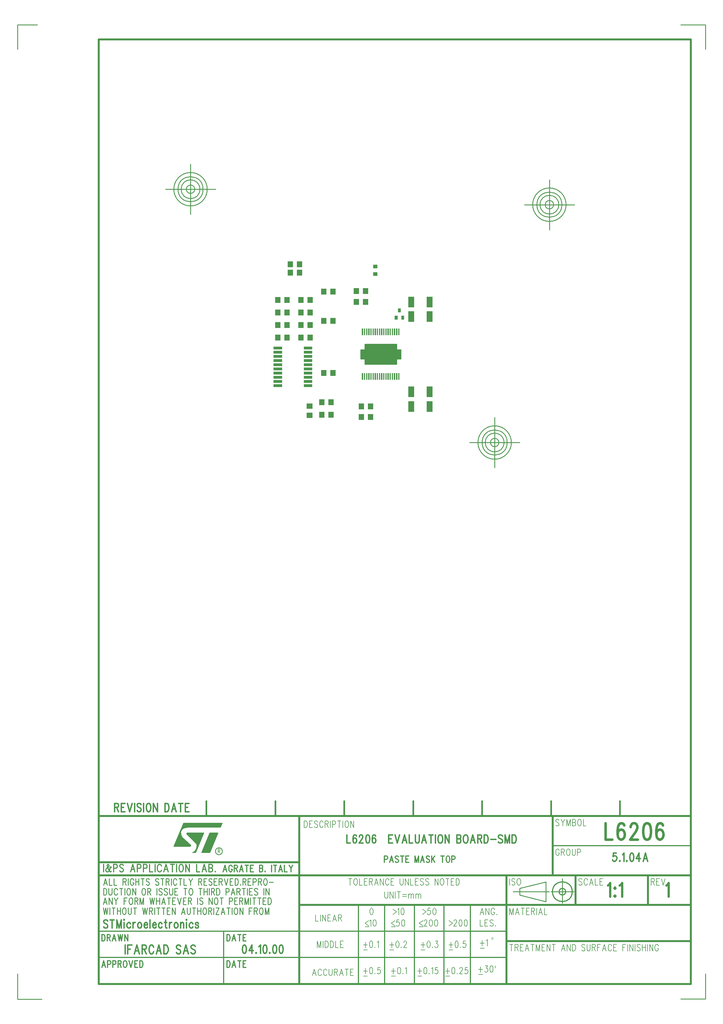
<source format=gbr>
*
*
G04 PowerPCB (Build Number [351.51 ]) generated Gerber (RS-274-X) file*
G04 PC Version=2.1*
*
%IN "L6206Pd-2.pcb"*%
*
%MOIN*%
*
%FSLAX35Y35*%
*
*
*
*
G04 PC Standard Apertures*
*
*
G04 Thermal Relief Aperture macro.*
%AMTER*
1,1,$1,0,0*
1,0,$1-$2,0,0*
21,0,$3,$4,0,0,45*
21,0,$3,$4,0,0,135*
%
*
*
G04 Annular Aperture macro.*
%AMANN*
1,1,$1,0,0*
1,0,$2,0,0*
%
*
*
G04 Odd Aperture macro.*
%AMODD*
1,1,$1,0,0*
1,0,$1-0.005,0,0*
%
*
*
G04 PC Custom Aperture Macros*
*
*
*
*
*
*
G04 PC Aperture Table*
*
%ADD010C,0.02*%
%ADD011C,0.01*%
%ADD012C,0.012*%
%ADD014C,0.024*%
%ADD015C,0.008*%
%ADD016C,0.015*%
%ADD017C,0.007*%
%ADD018C,0.004*%
%ADD027C,0.03*%
%ADD028C,0.025*%
%ADD030R,0.07X0.07*%
%ADD050R,0.035X0.035*%
%ADD051R,0.015X0.015*%
%ADD052R,0.032X0.032*%
%ADD053R,0.044X0.044*%
%ADD054R,0.063X0.063*%
*
*
*
*
G04 PC Custom Flashes*
G04 Layer Name L6206Pd-2.pcb - flashes*
%LPD*%
*
*
G04 PC Circuitry*
G04 Layer Name L6206Pd-2.pcb - circuitry*
%LPD*%
*
G54D10*
G01X734295Y236644D02*
Y254144D01*
X651795Y236644D02*
Y254144D01*
X569295Y236644D02*
Y254144D01*
X486795Y236644D02*
Y254144D01*
X404295Y236644D02*
Y254144D01*
X321795Y236644D02*
Y254144D01*
X239295Y236644D02*
Y254144D01*
G54D11*
X220295Y1016144D02*
Y956144D01*
X190295Y986144D02*
X250295D01*
X240295D02*
G75*
G03X240295I-20000D01*
G01X235295D02*
G03X235295I-15000D01*
G01X231475D02*
G03X231475I-11180D01*
G01X225295D02*
G03X225295I-5000D01*
G01X649795Y997644D02*
Y937644D01*
X619795Y967644D02*
X679795D01*
X669795D02*
G03X669795I-20000D01*
G01X664795D02*
G03X664795I-15000D01*
G01X660975D02*
G03X660975I-11180D01*
G01X654795D02*
G03X654795I-5000D01*
G01X13409Y17471D02*
Y47372D01*
X836638Y1182825D02*
Y1153672D01*
Y1182825D02*
X807063D01*
X606275Y145798D02*
X649582D01*
X653519D02*
X677141D01*
X665330Y133987D02*
Y157609D01*
X645645D02*
Y133987D01*
X614149Y141861*
Y149735*
X645645Y157609*
X665330D02*
Y161546D01*
X653519Y145798D02*
X651551D01*
X677141D02*
X679110D01*
X665330Y133987D02*
Y132018D01*
X257043Y227254D02*
X212161D01*
X257043Y226664D02*
X212161D01*
X256452Y226073D02*
X211571D01*
X256452Y225483D02*
X211571D01*
X256452Y224892D02*
X210980D01*
X255862Y224301D02*
X210980D01*
X255271Y223711D02*
X215704D01*
Y223120*
X217476Y223711D02*
X210389D01*
X215114Y223120D02*
X210980D01*
X212161Y222530D02*
X209799D01*
X211571Y221939D02*
X209799D01*
X210980D02*
X209799D01*
X213342Y223120D02*
X210389D01*
Y221349D02*
X209208D01*
Y220168D02*
X210980Y221939D01*
X208027Y216624D02*
X207437D01*
X208027Y216034D02*
X207437D01*
X209208Y220168D02*
X210389Y221349D01*
X208027Y215443D02*
X206846D01*
X208027Y214853D02*
X206846D01*
X208027Y214262D02*
X206846D01*
X208027Y213672D02*
X206256D01*
X208618Y213081D02*
X206256D01*
X208618Y212490D02*
X205665D01*
X208618Y211900D02*
X205665D01*
X209208Y211309D02*
X205665D01*
X209799Y210719D02*
X205075D01*
X209799Y210128D02*
X205075D01*
X210389Y209538D02*
X204484D01*
X210980Y208947D02*
X204484D01*
X212161Y208357D02*
X204484D01*
X212752Y207766D02*
X203893D01*
X213342Y207175D02*
X203303D01*
X213933Y206585D02*
X203303D01*
X214523Y205994D02*
X203303D01*
X215114Y205404D02*
X202712D01*
X215704Y204813D02*
X202712D01*
X216295Y204223D02*
X202122D01*
X217476Y203632D02*
X202122D01*
X218067Y203042D02*
X202122D01*
X218657Y202451D02*
X201531D01*
X219248Y201861D02*
X201531D01*
X219838Y201270D02*
X201531D01*
X219838Y200679D02*
X200941D01*
X235193Y215443D02*
X216295D01*
Y214853*
X234602D02*
X216886D01*
X234602Y214262D02*
X216886D01*
X234602Y213672D02*
X217476D01*
X234012Y213081D02*
X218657D01*
X234012Y212490D02*
X218657D01*
X233421Y211900D02*
X219838D01*
X233421Y211309D02*
X220429D01*
X233421Y210719D02*
X221019D01*
X232830Y210128D02*
X221610D01*
X232830Y209538D02*
X222201D01*
X232240Y208947D02*
X222791D01*
X232240Y208357D02*
X223382D01*
X231649Y207766D02*
X223972D01*
X231649Y207175D02*
X224563D01*
X231649Y206585D02*
X224563D01*
X231059Y205994D02*
X225744D01*
X231059Y205404D02*
X226334D01*
X230468Y204813D02*
X226925D01*
X230468Y204223D02*
X226925D01*
X230468Y203632D02*
X227515D01*
X229878Y203042D02*
X228106D01*
X229878Y202451D02*
X228106D01*
X229287Y201861D02*
X228106D01*
X229287Y201270D02*
X228106D01*
X229287Y200679D02*
X228106D01*
X228697Y200089D02*
X228106D01*
X228697Y199498D02*
X228106D01*
Y198908D02*
Y197727D01*
X227515Y195955D02*
X226925D01*
Y195364D02*
X226334D01*
X226925Y194774D02*
X225744D01*
X226334Y194183D02*
X225744D01*
X226334Y193593D02*
X225153D01*
X243460Y215443D02*
X252319D01*
X243460Y214853D02*
X251728D01*
X242870Y214262D02*
X251728D01*
X242870Y213672D02*
X251138D01*
X242279Y213081D02*
X251138D01*
X242279Y212490D02*
X250547D01*
X242279Y211900D02*
X250547D01*
X241689Y211309D02*
X250547D01*
X241689Y210719D02*
X249956D01*
X241098Y210128D02*
X249956D01*
X241098Y209538D02*
X249366D01*
X240508Y208947D02*
X249366D01*
X240508Y208357D02*
X249366D01*
X240508Y207766D02*
X248775D01*
X239917Y207175D02*
X248775D01*
X239917Y206585D02*
X248185D01*
X239326Y205994D02*
X248185D01*
Y205404*
X239326D02*
X247594D01*
Y204813*
X238736Y204223D02*
X247594D01*
X238736Y204813D02*
X247004D01*
X238736Y203632D02*
X247004D01*
Y203042*
X238145D02*
X246413D01*
Y202451*
X238145D02*
X245823D01*
X237555Y201861D02*
X246413D01*
X237555Y201270D02*
X246413D01*
X237555Y200679D02*
X245823D01*
X236964Y200089D02*
X245823D01*
X236964Y199498D02*
X245232D01*
X236374Y198908D02*
X245232D01*
X236374Y198317D02*
X245232D01*
X235783Y197727D02*
X244641D01*
X235783Y197136D02*
X244641D01*
X235783Y196546D02*
X244051D01*
X235193Y195955D02*
X244051D01*
X235193Y195364D02*
X244051D01*
X235193Y194774D02*
X243460D01*
X234602Y194183D02*
X243460D01*
X234602Y193593D02*
X242870D01*
X258417Y194144D02*
G03X258417I-4122D01*
G01X243311Y216250D02*
X252913D01*
X243311Y192939*
X233704*
X243311Y216250*
X217799D02*
X236008D01*
X226401Y192939*
X222701*
X224000Y193238*
X225201Y194140*
X227303Y197140*
X227901Y201242*
X227204Y203345*
X225701Y205242*
X217299Y213349*
X215897Y214648*
X215598Y215550*
X216299Y216050*
X217799Y216250*
X211795Y209144D02*
X210295Y210447D01*
X209094Y212349*
X208496Y214648*
X208397Y217050*
X209197Y219349*
X210795Y221349*
X213598Y222652*
X217598Y223152*
X255815Y223050*
X257913Y227853*
X211795*
X200193Y200144*
X218000*
X219401*
X220098Y200644*
X220201Y201542*
X219299Y202443*
X211795Y209144*
X807063Y17471D02*
X836638D01*
Y47372*
X13362Y17175D02*
X42153D01*
X13409Y1182825D02*
Y1153672D01*
Y1182805D02*
X37035D01*
X584295Y713144D02*
Y653144D01*
X554295Y683144D02*
X614295D01*
X604295D02*
G03X604295I-20000D01*
G01X599295D02*
G03X599295I-15000D01*
G01X595475D02*
G03X595475I-11180D01*
G01X589295D02*
G03X589295I-5000D01*
G01X118299Y161546D02*
X116118Y153671D01*
X118299Y161546D02*
X120481Y153671D01*
X116936Y156296D02*
X119663D01*
X122936Y161546D02*
Y153671D01*
X126208*
X128663Y161546D02*
Y153671D01*
X131936*
X139299Y161546D02*
Y153671D01*
Y161546D02*
X141754D01*
X142572Y161171*
X142572D02*
X142845Y160796D01*
X143118Y160046*
Y159296*
X142845Y158546*
X142572Y158171*
X142572D02*
X141754Y157796D01*
X139299*
X141208D02*
X143118Y153671D01*
X145572Y161546D02*
Y153671D01*
X152118Y159671D02*
X151845Y160421D01*
X151299Y161171*
X151299D02*
X150754Y161546D01*
X149663*
X149118Y161171*
X148572Y160421*
X148572D02*
X148299Y159671D01*
X148299D02*
X148027Y158546D01*
Y156671*
X148299Y155546*
X148299D02*
X148572Y154796D01*
X148572D02*
X149118Y154046D01*
X149663Y153671*
X150754*
X151299Y154046*
X151299D02*
X151845Y154796D01*
X152118Y155546*
Y156671*
X150754D02*
X152118D01*
X154572Y161546D02*
Y153671D01*
X158390Y161546D02*
Y153671D01*
X154572Y157796D02*
X158390D01*
X162754Y161546D02*
Y153671D01*
X160845Y161546D02*
X164663D01*
X170936Y160421D02*
X170390Y161171D01*
X170390D02*
X169572Y161546D01*
X169572D02*
X168481D01*
X168481D02*
X167663Y161171D01*
X167118Y160421*
Y159671*
X167390Y158921*
X167390D02*
X167663Y158546D01*
X168208Y158171*
X168208D02*
X169845Y157421D01*
X170390Y157046*
X170390D02*
X170663Y156671D01*
X170936Y155921*
Y154796*
X170390Y154046*
X170390D02*
X169572Y153671D01*
X169572D02*
X168481D01*
X168481D02*
X167663Y154046D01*
X167118Y154796*
X182118Y160421D02*
X181572Y161171D01*
X181572D02*
X180754Y161546D01*
X179663*
X178845Y161171*
X178299Y160421*
X178299D02*
Y159671D01*
X178299D02*
X178572Y158921D01*
X178572D02*
X178845Y158546D01*
X179390Y158171*
X179390D02*
X181027Y157421D01*
X181572Y157046*
X181572D02*
X181845Y156671D01*
X182118Y155921*
Y154796*
X181572Y154046*
X181572D02*
X180754Y153671D01*
X179663*
X178845Y154046*
X178299Y154796*
X186481Y161546D02*
Y153671D01*
X184572Y161546D02*
X188390D01*
X190845D02*
Y153671D01*
Y161546D02*
X193299D01*
X193299D02*
X194118Y161171D01*
X194390Y160796*
X194390D02*
X194663Y160046D01*
Y159296*
X194390Y158546*
X194390D02*
X194118Y158171D01*
X193299Y157796*
X193299D02*
X190845D01*
X192754D02*
X194663Y153671D01*
X197118Y161546D02*
Y153671D01*
X203663Y159671D02*
X203390Y160421D01*
X203390D02*
X202845Y161171D01*
X202299Y161546*
X202299D02*
X201208D01*
X201208D02*
X200663Y161171D01*
X200118Y160421*
X199845Y159671*
X199572Y158546*
X199572D02*
Y156671D01*
X199572D02*
X199845Y155546D01*
X200118Y154796*
X200663Y154046*
X201208Y153671*
X201208D02*
X202299D01*
X202299D02*
X202845Y154046D01*
X203390Y154796*
X203390D02*
X203663Y155546D01*
X208027Y161546D02*
Y153671D01*
X206118Y161546D02*
X209936D01*
X212390D02*
Y153671D01*
X212390D02*
X215663D01*
X218118Y161546D02*
X220299Y157796D01*
X220299D02*
Y153671D01*
X222481Y161546D02*
X220299Y157796D01*
X229845Y161546D02*
Y153671D01*
Y161546D02*
X232299D01*
X232299D02*
X233118Y161171D01*
X233390Y160796*
X233390D02*
X233663Y160046D01*
Y159296*
X233390Y158546*
X233390D02*
X233118Y158171D01*
X232299Y157796*
X232299D02*
X229845D01*
X231754D02*
X233663Y153671D01*
X236118Y161546D02*
Y153671D01*
Y161546D02*
X239663D01*
X236118Y157796D02*
X238299D01*
X236118Y153671D02*
X239663D01*
X245936Y160421D02*
X245390Y161171D01*
X245390D02*
X244572Y161546D01*
X244572D02*
X243481D01*
X243481D02*
X242663Y161171D01*
X242118Y160421*
Y159671*
X242390Y158921*
X242390D02*
X242663Y158546D01*
X243208Y158171*
X243208D02*
X244845Y157421D01*
X245390Y157046*
X245390D02*
X245663Y156671D01*
X245936Y155921*
Y154796*
X245390Y154046*
X245390D02*
X244572Y153671D01*
X244572D02*
X243481D01*
X243481D02*
X242663Y154046D01*
X242118Y154796*
X248390Y161546D02*
Y153671D01*
Y161546D02*
X251936D01*
X248390Y157796D02*
X250572D01*
X248390Y153671D02*
X251936D01*
X254390Y161546D02*
Y153671D01*
Y161546D02*
X256845D01*
X257663Y161171*
X257936Y160796*
X258208Y160046*
X258208D02*
Y159296D01*
X258208D02*
X257936Y158546D01*
X257663Y158171*
X256845Y157796*
X254390*
X256299D02*
X258208Y153671D01*
X260663Y161546D02*
X262845Y153671D01*
X265027Y161546D02*
X262845Y153671D01*
X267481Y161546D02*
Y153671D01*
Y161546D02*
X271027D01*
X267481Y157796D02*
X269663D01*
X267481Y153671D02*
X271027D01*
X273481Y161546D02*
Y153671D01*
Y161546D02*
X275390D01*
X275390D02*
X276208Y161171D01*
X276208D02*
X276754Y160421D01*
X277027Y159671*
X277299Y158546*
X277299D02*
Y156671D01*
X277299D02*
X277027Y155546D01*
X276754Y154796*
X276208Y154046*
X276208D02*
X275390Y153671D01*
X275390D02*
X273481D01*
X280027Y154421D02*
X279754Y154046D01*
X280027Y153671*
X280299Y154046*
X280299D02*
X280027Y154421D01*
X282754Y161546D02*
Y153671D01*
Y161546D02*
X285208D01*
X285208D02*
X286027Y161171D01*
X286299Y160796*
X286299D02*
X286572Y160046D01*
X286572D02*
Y159296D01*
X286572D02*
X286299Y158546D01*
X286299D02*
X286027Y158171D01*
X285208Y157796*
X285208D02*
X282754D01*
X284663D02*
X286572Y153671D01*
X289027Y161546D02*
Y153671D01*
Y161546D02*
X292572D01*
X289027Y157796D02*
X291208D01*
X289027Y153671D02*
X292572D01*
X295027Y161546D02*
Y153671D01*
Y161546D02*
X297481D01*
X297481D02*
X298299Y161171D01*
X298299D02*
X298572Y160796D01*
X298572D02*
X298845Y160046D01*
Y158921*
X298572Y158171*
X298572D02*
X298299Y157796D01*
X298299D02*
X297481Y157421D01*
X297481D02*
X295027D01*
X301299Y161546D02*
Y153671D01*
Y161546D02*
X303754D01*
X304572Y161171*
X304572D02*
X304845Y160796D01*
X305118Y160046*
Y159296*
X304845Y158546*
X304572Y158171*
X304572D02*
X303754Y157796D01*
X301299*
X303208D02*
X305118Y153671D01*
X309208Y161546D02*
X308663Y161171D01*
X308118Y160421*
X307845Y159671*
X307572Y158546*
X307572D02*
Y156671D01*
X307572D02*
X307845Y155546D01*
X308118Y154796*
X308663Y154046*
X309208Y153671*
X309208D02*
X310299D01*
X310299D02*
X310845Y154046D01*
X311390Y154796*
X311390D02*
X311663Y155546D01*
X311936Y156671*
Y158546*
X311663Y159671*
X311390Y160421*
X311390D02*
X310845Y161171D01*
X310299Y161546*
X310299D02*
X309208D01*
X314390Y157046D02*
X319299D01*
X116118Y149735D02*
Y141860D01*
Y149735D02*
X118027D01*
X118845Y149360*
X119390Y148610*
X119390D02*
X119663Y147860D01*
X119936Y146735*
Y144860*
X119663Y143735*
X119390Y142985*
X119390D02*
X118845Y142235D01*
X118027Y141860*
X116118*
X122390Y149735D02*
Y144110D01*
X122390D02*
X122663Y142985D01*
X123208Y142235*
X123208D02*
X124027Y141860D01*
X124572*
X124572D02*
X125390Y142235D01*
X125390D02*
X125936Y142985D01*
X126208Y144110*
X126208D02*
Y149735D01*
X132754Y147860D02*
X132481Y148610D01*
X132481D02*
X131936Y149360D01*
X131390Y149735*
X131390D02*
X130299D01*
X130299D02*
X129754Y149360D01*
X129208Y148610*
X129208D02*
X128936Y147860D01*
X128663Y146735*
Y144860*
X128936Y143735*
X129208Y142985*
X129208D02*
X129754Y142235D01*
X130299Y141860*
X130299D02*
X131390D01*
X131390D02*
X131936Y142235D01*
X132481Y142985*
X132481D02*
X132754Y143735D01*
X137118Y149735D02*
Y141860D01*
X135208Y149735D02*
X139027D01*
X141481D02*
Y141860D01*
X145572Y149735D02*
X145027Y149360D01*
X144481Y148610*
X144481D02*
X144208Y147860D01*
X144208D02*
X143936Y146735D01*
Y144860*
X144208Y143735*
X144208D02*
X144481Y142985D01*
X144481D02*
X145027Y142235D01*
X145572Y141860*
X145572D02*
X146663D01*
X147208Y142235*
X147208D02*
X147754Y142985D01*
X148027Y143735*
X148299Y144860*
X148299D02*
Y146735D01*
X148299D02*
X148027Y147860D01*
X147754Y148610*
X147208Y149360*
X147208D02*
X146663Y149735D01*
X145572*
X150754D02*
Y141860D01*
Y149735D02*
X154572Y141860D01*
Y149735D02*
Y141860D01*
X163572Y149735D02*
X163027Y149360D01*
X162481Y148610*
X162481D02*
X162208Y147860D01*
X162208D02*
X161936Y146735D01*
Y144860*
X162208Y143735*
X162208D02*
X162481Y142985D01*
X162481D02*
X163027Y142235D01*
X163572Y141860*
X163572D02*
X164663D01*
X165208Y142235*
X165208D02*
X165754Y142985D01*
X166027Y143735*
X166299Y144860*
X166299D02*
Y146735D01*
X166299D02*
X166027Y147860D01*
X165754Y148610*
X165208Y149360*
X165208D02*
X164663Y149735D01*
X163572*
X168754D02*
Y141860D01*
Y149735D02*
X171208D01*
X171208D02*
X172027Y149360D01*
X172299Y148985*
X172299D02*
X172572Y148235D01*
X172572D02*
Y147485D01*
X172572D02*
X172299Y146735D01*
X172299D02*
X172027Y146360D01*
X171208Y145985*
X171208D02*
X168754D01*
X170663D02*
X172572Y141860D01*
X179936Y149735D02*
Y141860D01*
X186208Y148610D02*
X185663Y149360D01*
X184845Y149735*
X183754*
X182936Y149360*
X182390Y148610*
X182390D02*
Y147860D01*
X182390D02*
X182663Y147110D01*
X182936Y146735*
X183481Y146360*
X183481D02*
X185118Y145610D01*
X185663Y145235*
X185936Y144860*
X186208Y144110*
X186208D02*
Y142985D01*
X186208D02*
X185663Y142235D01*
X184845Y141860*
X183754*
X182936Y142235*
X182390Y142985*
X192481Y148610D02*
X191936Y149360D01*
X191118Y149735*
X190027*
X189208Y149360*
X189208D02*
X188663Y148610D01*
Y147860*
X188936Y147110*
X189208Y146735*
X189208D02*
X189754Y146360D01*
X191390Y145610*
X191390D02*
X191936Y145235D01*
X192208Y144860*
X192208D02*
X192481Y144110D01*
X192481D02*
Y142985D01*
X192481D02*
X191936Y142235D01*
X191118Y141860*
X190027*
X189208Y142235*
X189208D02*
X188663Y142985D01*
X194936Y149735D02*
Y144110D01*
X195208Y142985*
X195208D02*
X195754Y142235D01*
X196572Y141860*
X196572D02*
X197118D01*
X197936Y142235*
X198481Y142985*
X198481D02*
X198754Y144110D01*
Y149735*
X201208D02*
Y141860D01*
Y149735D02*
X204754D01*
X201208Y145985D02*
X203390D01*
X201208Y141860D02*
X204754D01*
X214027Y149735D02*
Y141860D01*
X212118Y149735D02*
X215936D01*
X220027D02*
X219481Y149360D01*
X219481D02*
X218936Y148610D01*
X218663Y147860*
X218390Y146735*
X218390D02*
Y144860D01*
X218390D02*
X218663Y143735D01*
X218936Y142985*
X219481Y142235*
X219481D02*
X220027Y141860D01*
X221118*
X221663Y142235*
X222208Y142985*
X222208D02*
X222481Y143735D01*
X222481D02*
X222754Y144860D01*
Y146735*
X222481Y147860*
X222481D02*
X222208Y148610D01*
X222208D02*
X221663Y149360D01*
X221118Y149735*
X220027*
X232027D02*
Y141860D01*
X230118Y149735D02*
X233936D01*
X236390D02*
Y141860D01*
X240208Y149735D02*
Y141860D01*
X236390Y145985D02*
X240208D01*
X242663Y149735D02*
Y141860D01*
X245118Y149735D02*
Y141860D01*
Y149735D02*
X247572D01*
X247572D02*
X248390Y149360D01*
X248390D02*
X248663Y148985D01*
X248936Y148235*
Y147485*
X248663Y146735*
X248390Y146360*
X248390D02*
X247572Y145985D01*
X247572D02*
X245118D01*
X247027D02*
X248936Y141860D01*
X251390Y149735D02*
Y141860D01*
Y149735D02*
X253299D01*
X253299D02*
X254118Y149360D01*
X254663Y148610*
X254936Y147860*
X255208Y146735*
X255208D02*
Y144860D01*
X255208D02*
X254936Y143735D01*
X254663Y142985*
X254118Y142235*
X253299Y141860*
X253299D02*
X251390D01*
X262572Y149735D02*
Y141860D01*
Y149735D02*
X265027D01*
X265845Y149360*
X266118Y148985*
X266390Y148235*
X266390D02*
Y147110D01*
X266390D02*
X266118Y146360D01*
X265845Y145985*
X265027Y145610*
X262572*
X271027Y149735D02*
X268845Y141860D01*
X271027Y149735D02*
X273208Y141860D01*
X269663Y144485D02*
X272390D01*
X275663Y149735D02*
Y141860D01*
Y149735D02*
X278118D01*
X278936Y149360*
X279208Y148985*
X279208D02*
X279481Y148235D01*
X279481D02*
Y147485D01*
X279481D02*
X279208Y146735D01*
X279208D02*
X278936Y146360D01*
X278118Y145985*
X275663*
X277572D02*
X279481Y141860D01*
X283845Y149735D02*
Y141860D01*
X281936Y149735D02*
X285754D01*
X288208D02*
Y141860D01*
X290663Y149735D02*
Y141860D01*
Y149735D02*
X294208D01*
X290663Y145985D02*
X292845D01*
X290663Y141860D02*
X294208D01*
X300481Y148610D02*
X299936Y149360D01*
X299118Y149735*
X298027*
X297208Y149360*
X297208D02*
X296663Y148610D01*
Y147860*
X296936Y147110*
X297208Y146735*
X297208D02*
X297754Y146360D01*
X299390Y145610*
X299390D02*
X299936Y145235D01*
X300208Y144860*
X300208D02*
X300481Y144110D01*
X300481D02*
Y142985D01*
X300481D02*
X299936Y142235D01*
X299118Y141860*
X298027*
X297208Y142235*
X297208D02*
X296663Y142985D01*
X307845Y149735D02*
Y141860D01*
X310299Y149735D02*
Y141860D01*
Y149735D02*
X314118Y141860D01*
Y149735D02*
Y141860D01*
X117976Y138519D02*
X115795Y130644D01*
X117976Y138519D02*
X120158Y130644D01*
X116613Y133269D02*
X119340D01*
X122613Y138519D02*
Y130644D01*
Y138519D02*
X126431Y130644D01*
Y138519D02*
Y130644D01*
X128885Y138519D02*
X131067Y134769D01*
X131067D02*
Y130644D01*
X133249Y138519D02*
X131067Y134769D01*
X140613Y138519D02*
Y130644D01*
Y138519D02*
X144158D01*
X140613Y134769D02*
X142795D01*
X148249Y138519D02*
X147704Y138144D01*
X147158Y137394*
X147158D02*
X146885Y136644D01*
X146885D02*
X146613Y135519D01*
Y133644*
X146885Y132519*
X146885D02*
X147158Y131769D01*
X147158D02*
X147704Y131019D01*
X148249Y130644*
X148249D02*
X149340D01*
X149885Y131019*
X149885D02*
X150431Y131769D01*
X150704Y132519*
X150976Y133644*
X150976D02*
Y135519D01*
X150976D02*
X150704Y136644D01*
X150431Y137394*
X149885Y138144*
X149885D02*
X149340Y138519D01*
X148249*
X153431D02*
Y130644D01*
Y138519D02*
X155885D01*
X155885D02*
X156704Y138144D01*
X156976Y137769*
X156976D02*
X157249Y137019D01*
X157249D02*
Y136269D01*
X157249D02*
X156976Y135519D01*
X156976D02*
X156704Y135144D01*
X155885Y134769*
X155885D02*
X153431D01*
X155340D02*
X157249Y130644D01*
X159704Y138519D02*
Y130644D01*
Y138519D02*
X161885Y130644D01*
X164067Y138519D02*
X161885Y130644D01*
X164067Y138519D02*
Y130644D01*
X171431Y138519D02*
X172795Y130644D01*
X174158Y138519D02*
X172795Y130644D01*
X174158Y138519D02*
X175522Y130644D01*
X176885Y138519D02*
X175522Y130644D01*
X179340Y138519D02*
Y130644D01*
X183158Y138519D02*
Y130644D01*
X179340Y134769D02*
X183158D01*
X187795Y138519D02*
X185613Y130644D01*
X187795Y138519D02*
X189976Y130644D01*
X186431Y133269D02*
X189158D01*
X194340Y138519D02*
Y130644D01*
X192431Y138519D02*
X196249D01*
X198704D02*
Y130644D01*
Y138519D02*
X202249D01*
X198704Y134769D02*
X200885D01*
X198704Y130644D02*
X202249D01*
X204704Y138519D02*
X206885Y130644D01*
X209067Y138519D02*
X206885Y130644D01*
X211522Y138519D02*
Y130644D01*
Y138519D02*
X215067D01*
X211522Y134769D02*
X213704D01*
X211522Y130644D02*
X215067D01*
X217522Y138519D02*
Y130644D01*
Y138519D02*
X219976D01*
X219976D02*
X220795Y138144D01*
X221067Y137769*
X221067D02*
X221340Y137019D01*
Y136269*
X221067Y135519*
X221067D02*
X220795Y135144D01*
X219976Y134769*
X219976D02*
X217522D01*
X219431D02*
X221340Y130644D01*
X228704Y138519D02*
Y130644D01*
X234976Y137394D02*
X234431Y138144D01*
X233613Y138519*
X232522*
X231704Y138144*
X231158Y137394*
X231158D02*
Y136644D01*
X231158D02*
X231431Y135894D01*
X231704Y135519*
X232249Y135144*
X232249D02*
X233885Y134394D01*
X233885D02*
X234431Y134019D01*
X234704Y133644*
X234976Y132894*
X234976D02*
Y131769D01*
X234976D02*
X234431Y131019D01*
X233613Y130644*
X232522*
X231704Y131019*
X231158Y131769*
X242340Y138519D02*
Y130644D01*
Y138519D02*
X246158Y130644D01*
Y138519D02*
Y130644D01*
X250249Y138519D02*
X249704Y138144D01*
X249158Y137394*
X249158D02*
X248885Y136644D01*
X248885D02*
X248613Y135519D01*
Y133644*
X248885Y132519*
X248885D02*
X249158Y131769D01*
X249158D02*
X249704Y131019D01*
X250249Y130644*
X250249D02*
X251340D01*
X251885Y131019*
X251885D02*
X252431Y131769D01*
X252704Y132519*
X252976Y133644*
X252976D02*
Y135519D01*
X252976D02*
X252704Y136644D01*
X252431Y137394*
X251885Y138144*
X251885D02*
X251340Y138519D01*
X250249*
X257340D02*
Y130644D01*
X255431Y138519D02*
X259249D01*
X266613D02*
Y130644D01*
Y138519D02*
X269067D01*
X269067D02*
X269885Y138144D01*
X269885D02*
X270158Y137769D01*
X270158D02*
X270431Y137019D01*
Y135894*
X270158Y135144*
X270158D02*
X269885Y134769D01*
X269885D02*
X269067Y134394D01*
X269067D02*
X266613D01*
X272885Y138519D02*
Y130644D01*
Y138519D02*
X276431D01*
X272885Y134769D02*
X275067D01*
X272885Y130644D02*
X276431D01*
X278885Y138519D02*
Y130644D01*
Y138519D02*
X281340D01*
X282158Y138144*
X282158D02*
X282431Y137769D01*
X282704Y137019*
Y136269*
X282431Y135519*
X282158Y135144*
X282158D02*
X281340Y134769D01*
X278885*
X280795D02*
X282704Y130644D01*
X285158Y138519D02*
Y130644D01*
Y138519D02*
X287340Y130644D01*
X289522Y138519D02*
X287340Y130644D01*
X289522Y138519D02*
Y130644D01*
X291976Y138519D02*
Y130644D01*
X296340Y138519D02*
Y130644D01*
X294431Y138519D02*
X298249D01*
X302613D02*
Y130644D01*
X300704Y138519D02*
X304522D01*
X306976D02*
Y130644D01*
Y138519D02*
X310522D01*
X306976Y134769D02*
X309158D01*
X306976Y130644D02*
X310522D01*
X312976Y138519D02*
Y130644D01*
Y138519D02*
X314885D01*
X314885D02*
X315704Y138144D01*
X316249Y137394*
X316249D02*
X316522Y136644D01*
X316795Y135519*
Y133644*
X316522Y132519*
X316249Y131769*
X316249D02*
X315704Y131019D01*
X314885Y130644*
X314885D02*
X312976D01*
X115795Y126519D02*
X117158Y118644D01*
X118522Y126519D02*
X117158Y118644D01*
X118522Y126519D02*
X119885Y118644D01*
X121249Y126519D02*
X119885Y118644D01*
X123704Y126519D02*
Y118644D01*
X128067Y126519D02*
Y118644D01*
X126158Y126519D02*
X129976D01*
X132431D02*
Y118644D01*
X136249Y126519D02*
Y118644D01*
X132431Y122769D02*
X136249D01*
X140340Y126519D02*
X139795Y126144D01*
X139249Y125394*
X139249D02*
X138976Y124644D01*
X138976D02*
X138704Y123519D01*
Y121644*
X138976Y120519*
X138976D02*
X139249Y119769D01*
X139249D02*
X139795Y119019D01*
X140340Y118644*
X141431*
X141976Y119019*
X141976D02*
X142522Y119769D01*
X142795Y120519*
X143067Y121644*
X143067D02*
Y123519D01*
X143067D02*
X142795Y124644D01*
X142522Y125394*
X141976Y126144*
X141976D02*
X141431Y126519D01*
X140340*
X145522D02*
Y120894D01*
X145795Y119769*
X146340Y119019*
X147158Y118644*
X147158D02*
X147704D01*
X148522Y119019*
X149067Y119769*
X149067D02*
X149340Y120894D01*
Y126519*
X153704D02*
Y118644D01*
X151795Y126519D02*
X155613D01*
X162976D02*
X164340Y118644D01*
X165704Y126519D02*
X164340Y118644D01*
X165704Y126519D02*
X167067Y118644D01*
X168431Y126519D02*
X167067Y118644D01*
X170885Y126519D02*
Y118644D01*
Y126519D02*
X173340D01*
X174158Y126144*
X174158D02*
X174431Y125769D01*
X174704Y125019*
Y124269*
X174431Y123519*
X174158Y123144*
X174158D02*
X173340Y122769D01*
X170885*
X172795D02*
X174704Y118644D01*
X177158Y126519D02*
Y118644D01*
X181522Y126519D02*
Y118644D01*
X179613Y126519D02*
X183431D01*
X187795D02*
Y118644D01*
X185885Y126519D02*
X189704D01*
X192158D02*
Y118644D01*
Y126519D02*
X195704D01*
X192158Y122769D02*
X194340D01*
X192158Y118644D02*
X195704D01*
X198158Y126519D02*
Y118644D01*
Y126519D02*
X201976Y118644D01*
Y126519D02*
Y118644D01*
X211522Y126519D02*
X209340Y118644D01*
X211522Y126519D02*
X213704Y118644D01*
X210158Y121269D02*
X212885D01*
X216158Y126519D02*
Y120894D01*
X216158D02*
X216431Y119769D01*
X216976Y119019*
X216976D02*
X217795Y118644D01*
X218340*
X219158Y119019*
X219158D02*
X219704Y119769D01*
X219976Y120894*
X219976D02*
Y126519D01*
X224340D02*
Y118644D01*
X222431Y126519D02*
X226249D01*
X228704D02*
Y118644D01*
X232522Y126519D02*
Y118644D01*
X228704Y122769D02*
X232522D01*
X236613Y126519D02*
X236067Y126144D01*
X236067D02*
X235522Y125394D01*
X235249Y124644*
X235249D02*
X234976Y123519D01*
X234976D02*
Y121644D01*
X234976D02*
X235249Y120519D01*
X235249D02*
X235522Y119769D01*
X236067Y119019*
X236067D02*
X236613Y118644D01*
X237704*
X238249Y119019*
X238249D02*
X238795Y119769D01*
X239067Y120519*
X239067D02*
X239340Y121644D01*
Y123519*
X239067Y124644*
X239067D02*
X238795Y125394D01*
X238249Y126144*
X238249D02*
X237704Y126519D01*
X236613*
X241795D02*
Y118644D01*
Y126519D02*
X244249D01*
X244249D02*
X245067Y126144D01*
X245067D02*
X245340Y125769D01*
X245613Y125019*
Y124269*
X245340Y123519*
X245067Y123144*
X245067D02*
X244249Y122769D01*
X244249D02*
X241795D01*
X243704D02*
X245613Y118644D01*
X248067Y126519D02*
Y118644D01*
X254340Y126519D02*
X250522Y118644D01*
Y126519D02*
X254340D01*
X250522Y118644D02*
X254340D01*
X258976Y126519D02*
X256795Y118644D01*
X258976Y126519D02*
X261158Y118644D01*
X257613Y121269D02*
X260340D01*
X265522Y126519D02*
Y118644D01*
X263613Y126519D02*
X267431D01*
X269885D02*
Y118644D01*
X273976Y126519D02*
X273431Y126144D01*
X272885Y125394*
X272885D02*
X272613Y124644D01*
X272340Y123519*
Y121644*
X272613Y120519*
X272885Y119769*
X272885D02*
X273431Y119019D01*
X273976Y118644*
X273976D02*
X275067D01*
X275067D02*
X275613Y119019D01*
X276158Y119769*
X276158D02*
X276431Y120519D01*
X276704Y121644*
Y123519*
X276431Y124644*
X276158Y125394*
X276158D02*
X275613Y126144D01*
X275067Y126519*
X275067D02*
X273976D01*
X279158D02*
Y118644D01*
Y126519D02*
X282976Y118644D01*
Y126519D02*
Y118644D01*
X290340Y126519D02*
Y118644D01*
Y126519D02*
X293885D01*
X290340Y122769D02*
X292522D01*
X296340Y126519D02*
Y118644D01*
Y126519D02*
X298795D01*
X299613Y126144*
X299885Y125769*
X299885D02*
X300158Y125019D01*
X300158D02*
Y124269D01*
X300158D02*
X299885Y123519D01*
X299885D02*
X299613Y123144D01*
X298795Y122769*
X296340*
X298249D02*
X300158Y118644D01*
X304249Y126519D02*
X303704Y126144D01*
X303158Y125394*
X303158D02*
X302885Y124644D01*
X302885D02*
X302613Y123519D01*
Y121644*
X302885Y120519*
X302885D02*
X303158Y119769D01*
X303158D02*
X303704Y119019D01*
X304249Y118644*
X304249D02*
X305340D01*
X305885Y119019*
X305885D02*
X306431Y119769D01*
X306704Y120519*
X306976Y121644*
X306976D02*
Y123519D01*
X306976D02*
X306704Y124644D01*
X306431Y125394*
X305885Y126144*
X305885D02*
X305340Y126519D01*
X304249*
X309431D02*
Y118644D01*
Y126519D02*
X311613Y118644D01*
X313795Y126519D02*
X311613Y118644D01*
X313795Y126519D02*
Y118644D01*
X423815Y794254D02*
Y783254D01*
X428815*
Y776754*
X466815*
Y783254*
X471815*
Y794254*
X466815*
Y800754*
X428815*
Y794254*
X423815*
X455271Y776754D02*
X471815Y793297D01*
X456544Y776754D02*
X471815Y792024D01*
X457816Y776754D02*
X471815Y790752D01*
X459089Y776754D02*
X471815Y789479D01*
X466862Y783254D02*
X471815Y788206D01*
X468135Y783254D02*
X471815Y786933D01*
X469408Y783254D02*
X471815Y785660D01*
X470680Y783254D02*
X471815Y784388D01*
X453998Y776754D02*
X471498Y794254D01*
X452725Y776754D02*
X470225Y794254D01*
X451452Y776754D02*
X468952Y794254D01*
X450180Y776754D02*
X467680Y794254D01*
X443816Y776754D02*
X466815Y799752D01*
X445089Y776754D02*
X466815Y798479D01*
X446361Y776754D02*
X466815Y797207D01*
X447634Y776754D02*
X466815Y795934D01*
X448907Y776754D02*
X466815Y794661D01*
X460362Y776754D02*
X466815Y783206D01*
X461635Y776754D02*
X466815Y781933D01*
X462908Y776754D02*
X466815Y780660D01*
X464180Y776754D02*
X466815Y779388D01*
X465453Y776754D02*
X466815Y778115D01*
X466726Y776754D02*
X466815Y776842D01*
X442543Y776754D02*
X466543Y800754D01*
X441270Y776754D02*
X465270Y800754D01*
X439997Y776754D02*
X463997Y800754D01*
X438725Y776754D02*
X462725Y800754D01*
X437452Y776754D02*
X461452Y800754D01*
X436179Y776754D02*
X460179Y800754D01*
X434906Y776754D02*
X458906Y800754D01*
X433633Y776754D02*
X457633Y800754D01*
X432361Y776754D02*
X456361Y800754D01*
X431088Y776754D02*
X455088Y800754D01*
X429815Y776754D02*
X453815Y800754D01*
X428815Y777026D02*
X452542Y800754D01*
X428815Y778299D02*
X451269Y800754D01*
X428815Y779571D02*
X449997Y800754D01*
X428815Y780844D02*
X448724Y800754D01*
X428815Y782117D02*
X447451Y800754D01*
X428678Y783254D02*
X446178Y800754D01*
X427406Y783254D02*
X444906Y800754D01*
X426133Y783254D02*
X443633Y800754D01*
X424860Y783254D02*
X442360Y800754D01*
X423815Y783481D02*
X441087Y800754D01*
X423815Y784754D02*
X439814Y800754D01*
X423815Y786026D02*
X438542Y800754D01*
X423815Y787299D02*
X437269Y800754D01*
X423815Y788572D02*
X435996Y800754D01*
X428815Y794845D02*
X434723Y800754D01*
X428815Y796118D02*
X433450Y800754D01*
X428815Y797390D02*
X432178Y800754D01*
X428815Y798663D02*
X430905Y800754D01*
X428815Y799936D02*
X429632Y800754D01*
X423815Y789845D02*
X428223Y794254D01*
X423815Y791118D02*
X426950Y794254D01*
X423815Y792390D02*
X425678Y794254D01*
X423815Y793663D02*
X424405Y794254D01*
G54D12*
X421236Y35561D02*
Y130050D01*
X452732Y35561D02*
Y130050D01*
X488165Y35561D02*
Y130050D01*
X523598Y35561D02*
Y130050D01*
X555094Y35561D02*
Y130050D01*
X350370Y67057D02*
X598401D01*
X350370Y98553D02*
X598401D01*
X653519Y200916D02*
X818874D01*
X259819Y35561D02*
Y98553D01*
X110212D02*
X350370D01*
X110212Y67057D02*
X350370D01*
X677140Y145798D02*
G03X677140I-11810D01*
G01X669267D02*
G03X669267I-3937D01*
G01X116118Y178607D02*
Y169420D01*
X125345Y174670D02*
Y175107D01*
X125345D02*
X125027Y175545D01*
X124708*
X124708D02*
X124390Y175107D01*
X124390D02*
X124072Y174232D01*
X124072D02*
X123436Y172045D01*
X122799Y170732*
X122799D02*
X122163Y169857D01*
X122163D02*
X121527Y169420D01*
X120254*
X119618Y169857*
X119618D02*
X119299Y170295D01*
X119299D02*
X118981Y171170D01*
X118981D02*
Y172045D01*
X118981D02*
X119299Y172920D01*
X119299D02*
X119618Y173357D01*
X119618D02*
X121845Y175107D01*
X121845D02*
X122163Y175545D01*
X122481Y176420*
X122481D02*
Y177295D01*
X122481D02*
X122163Y178170D01*
X121527Y178607*
X121527D02*
X120890Y178170D01*
X120890D02*
X120572Y177295D01*
X120572D02*
Y176420D01*
X120572D02*
X120890Y175107D01*
X120890D02*
X121527Y173795D01*
X123118Y170732*
X123118D02*
X123754Y169857D01*
X123754D02*
X124390Y169420D01*
X124390D02*
X125027D01*
X125345Y169857*
X125345D02*
Y170295D01*
X128208Y178607D02*
Y169420D01*
Y178607D02*
X131072D01*
X131072D02*
X132027Y178170D01*
X132345Y177732*
X132345D02*
X132663Y176857D01*
X132663D02*
Y175545D01*
X132345Y174670*
X132027Y174232*
X132027D02*
X131072Y173795D01*
X131072D02*
X128208D01*
X139981Y177295D02*
X139345Y178170D01*
X138390Y178607*
X138390D02*
X137118D01*
X137118D02*
X136163Y178170D01*
X135527Y177295*
Y176420*
X135845Y175545*
X136163Y175107*
X136163D02*
X136799Y174670D01*
X136799D02*
X138708Y173795D01*
X138708D02*
X139345Y173357D01*
X139345D02*
X139663Y172920D01*
X139981Y172045*
X139981D02*
Y170732D01*
X139981D02*
X139345Y169857D01*
X139345D02*
X138390Y169420D01*
X138390D02*
X137118D01*
X136163Y169857*
X136163D02*
X135527Y170732D01*
X151118Y178607D02*
X148572Y169420D01*
X151118Y178607D02*
X153663Y169420D01*
X149527Y172482D02*
X152708D01*
X156527Y178607D02*
Y169420D01*
Y178607D02*
X159390D01*
X159390D02*
X160345Y178170D01*
X160663Y177732*
X160663D02*
X160981Y176857D01*
X160981D02*
Y175545D01*
X160981D02*
X160663Y174670D01*
X160345Y174232*
X160345D02*
X159390Y173795D01*
X159390D02*
X156527D01*
X163845Y178607D02*
Y169420D01*
Y178607D02*
X166708D01*
X166708D02*
X167663Y178170D01*
X167981Y177732*
X167981D02*
X168299Y176857D01*
X168299D02*
Y175545D01*
X168299D02*
X167981Y174670D01*
X167981D02*
X167663Y174232D01*
X167663D02*
X166708Y173795D01*
X166708D02*
X163845D01*
X171163Y178607D02*
Y169420D01*
X174981*
X177845Y178607D02*
Y169420D01*
X185481Y176420D02*
X185163Y177295D01*
X184527Y178170*
X183890Y178607*
X183890D02*
X182618D01*
X182618D02*
X181981Y178170D01*
X181981D02*
X181345Y177295D01*
X181027Y176420*
X180708Y175107*
X180708D02*
Y172920D01*
X180708D02*
X181027Y171607D01*
X181027D02*
X181345Y170732D01*
X181345D02*
X181981Y169857D01*
X181981D02*
X182618Y169420D01*
X183890*
X183890D02*
X184527Y169857D01*
X184527D02*
X185163Y170732D01*
X185163D02*
X185481Y171607D01*
X190890Y178607D02*
X188345Y169420D01*
X190890Y178607D02*
X193436Y169420D01*
X189299Y172482D02*
X192481D01*
X198527Y178607D02*
Y169420D01*
X196299Y178607D02*
X200754D01*
X203618D02*
Y169420D01*
X208390Y178607D02*
X207754Y178170D01*
X207118Y177295*
X206799Y176420*
X206799D02*
X206481Y175107D01*
X206481D02*
Y172920D01*
X206481D02*
X206799Y171607D01*
X206799D02*
X207118Y170732D01*
X207118D02*
X207754Y169857D01*
X207754D02*
X208390Y169420D01*
X208390D02*
X209663D01*
X210299Y169857*
X210299D02*
X210936Y170732D01*
X210936D02*
X211254Y171607D01*
X211254D02*
X211572Y172920D01*
X211572D02*
Y175107D01*
X211572D02*
X211254Y176420D01*
X210936Y177295*
X210299Y178170*
X210299D02*
X209663Y178607D01*
X209663D02*
X208390D01*
X214436D02*
Y169420D01*
Y178607D02*
X218890Y169420D01*
Y178607D02*
Y169420D01*
X227481Y178607D02*
Y169420D01*
X227481D02*
X231299D01*
X236708Y178607D02*
X234163Y169420D01*
X236708Y178607D02*
X239254Y169420D01*
X235118Y172482D02*
X238299D01*
X242118Y178607D02*
Y169420D01*
Y178607D02*
X244981D01*
X244981D02*
X245936Y178170D01*
X246254Y177732*
X246254D02*
X246572Y176857D01*
X246572D02*
Y175982D01*
X246572D02*
X246254Y175107D01*
X246254D02*
X245936Y174670D01*
X244981Y174232*
X242118D02*
X244981D01*
X244981D02*
X245936Y173795D01*
X246254Y173357*
X246254D02*
X246572Y172482D01*
X246572D02*
Y171170D01*
X246572D02*
X246254Y170295D01*
X245936Y169857*
X245936D02*
X244981Y169420D01*
X244981D02*
X242118D01*
X249754Y170295D02*
X249436Y169857D01*
X249436D02*
X249754Y169420D01*
X250072Y169857*
X250072D02*
X249754Y170295D01*
X263756Y63121D02*
Y55246D01*
Y63121D02*
X265665D01*
X266483Y62746*
X267028Y61996*
X267028D02*
X267301Y61246D01*
X267574Y60121*
Y58246*
X267301Y57121*
X267028Y56371*
X267028D02*
X266483Y55621D01*
X265665Y55246*
X263756*
X272210Y63121D02*
X270028Y55246D01*
X272210Y63121D02*
X274392Y55246D01*
X270846Y57871D02*
X273574D01*
X278756Y63121D02*
Y55246D01*
X276846Y63121D02*
X280665D01*
X283119D02*
Y55246D01*
Y63121D02*
X286665D01*
X283119Y59371D02*
X285301D01*
X283119Y55246D02*
X286665D01*
X263756Y94617D02*
Y86742D01*
Y94617D02*
X265665D01*
X266483Y94242*
X267028Y93492*
X267028D02*
X267301Y92742D01*
X267574Y91617*
Y89742*
X267301Y88617*
X267028Y87867*
X267028D02*
X266483Y87117D01*
X265665Y86742*
X263756*
X272210Y94617D02*
X270028Y86742D01*
X272210Y94617D02*
X274392Y86742D01*
X270846Y89367D02*
X273574D01*
X278756Y94617D02*
Y86742D01*
X276846Y94617D02*
X280665D01*
X283119D02*
Y86742D01*
Y94617D02*
X286665D01*
X283119Y90867D02*
X285301D01*
X283119Y86742D02*
X286665D01*
X116331Y63121D02*
X114150Y55246D01*
X116331Y63121D02*
X118513Y55246D01*
X114968Y57871D02*
X117695D01*
X120968Y63121D02*
Y55246D01*
Y63121D02*
X123422D01*
X123422D02*
X124240Y62746D01*
X124240D02*
X124513Y62371D01*
X124513D02*
X124786Y61621D01*
Y60496*
X124513Y59746*
X124513D02*
X124240Y59371D01*
X124240D02*
X123422Y58996D01*
X123422D02*
X120968D01*
X127240Y63121D02*
Y55246D01*
Y63121D02*
X129695D01*
X130513Y62746*
X130513D02*
X130786Y62371D01*
X131059Y61621*
Y60496*
X130786Y59746*
X130513Y59371*
X130513D02*
X129695Y58996D01*
X127240*
X133513Y63121D02*
Y55246D01*
Y63121D02*
X135968D01*
X136786Y62746*
X137059Y62371*
X137331Y61621*
X137331D02*
Y60871D01*
X137331D02*
X137059Y60121D01*
X136786Y59746*
X135968Y59371*
X133513*
X135422D02*
X137331Y55246D01*
X141422Y63121D02*
X140877Y62746D01*
X140331Y61996*
X140331D02*
X140059Y61246D01*
X139786Y60121*
Y58246*
X140059Y57121*
X140331Y56371*
X140331D02*
X140877Y55621D01*
X141422Y55246*
X141422D02*
X142513D01*
X142513D02*
X143059Y55621D01*
X143604Y56371*
X143604D02*
X143877Y57121D01*
X144150Y58246*
Y60121*
X143877Y61246*
X143604Y61996*
X143604D02*
X143059Y62746D01*
X142513Y63121*
X142513D02*
X141422D01*
X146604D02*
X148786Y55246D01*
X150968Y63121D02*
X148786Y55246D01*
X153422Y63121D02*
Y55246D01*
Y63121D02*
X156968D01*
X153422Y59371D02*
X155604D01*
X153422Y55246D02*
X156968D01*
X159422Y63121D02*
Y55246D01*
Y63121D02*
X161331D01*
X161331D02*
X162150Y62746D01*
X162695Y61996*
X162968Y61246*
X163240Y60121*
X163240D02*
Y58246D01*
X163240D02*
X162968Y57121D01*
X162695Y56371*
X162150Y55621*
X161331Y55246*
X161331D02*
X159422D01*
X114150Y94617D02*
Y86742D01*
Y94617D02*
X116059D01*
X116877Y94242*
X117422Y93492*
X117422D02*
X117695Y92742D01*
X117968Y91617*
Y89742*
X117695Y88617*
X117422Y87867*
X117422D02*
X116877Y87117D01*
X116059Y86742*
X114150*
X120422Y94617D02*
Y86742D01*
Y94617D02*
X122877D01*
X123695Y94242*
X123968Y93867*
X124240Y93117*
X124240D02*
Y92367D01*
X124240D02*
X123968Y91617D01*
X123695Y91242*
X122877Y90867*
X120422*
X122331D02*
X124240Y86742D01*
X128877Y94617D02*
X126695Y86742D01*
X128877Y94617D02*
X131059Y86742D01*
X127513Y89367D02*
X130240D01*
X133513Y94617D02*
X134877Y86742D01*
X136240Y94617D02*
X134877Y86742D01*
X136240Y94617D02*
X137604Y86742D01*
X138968Y94617D02*
X137604Y86742D01*
X141422Y94617D02*
Y86742D01*
Y94617D02*
X145240Y86742D01*
Y94617D02*
Y86742D01*
X261476Y177519D02*
X259295Y169644D01*
X261476Y177519D02*
X263658Y169644D01*
X260113Y172269D02*
X262840D01*
X270204Y175644D02*
X269931Y176394D01*
X269385Y177144*
X269385D02*
X268840Y177519D01*
X267749*
X267749D02*
X267204Y177144D01*
X266658Y176394*
X266658D02*
X266385Y175644D01*
X266385D02*
X266113Y174519D01*
Y172644*
X266385Y171519*
X266385D02*
X266658Y170769D01*
X266658D02*
X267204Y170019D01*
X267749Y169644*
X267749D02*
X268840D01*
X269385Y170019*
X269385D02*
X269931Y170769D01*
X270204Y171519*
Y172644*
X268840D02*
X270204D01*
X272658Y177519D02*
Y169644D01*
Y177519D02*
X275113D01*
X275931Y177144*
X276204Y176769*
X276476Y176019*
X276476D02*
Y175269D01*
X276476D02*
X276204Y174519D01*
X275931Y174144*
X275113Y173769*
X272658*
X274567D02*
X276476Y169644D01*
X281113Y177519D02*
X278931Y169644D01*
X281113Y177519D02*
X283295Y169644D01*
X279749Y172269D02*
X282476D01*
X287658Y177519D02*
Y169644D01*
X285749Y177519D02*
X289567D01*
X292022D02*
Y169644D01*
Y177519D02*
X295567D01*
X292022Y173769D02*
X294204D01*
X292022Y169644D02*
X295567D01*
X302931Y177519D02*
Y169644D01*
Y177519D02*
X305385D01*
X305385D02*
X306204Y177144D01*
X306476Y176769*
X306476D02*
X306749Y176019D01*
X306749D02*
Y175269D01*
X306749D02*
X306476Y174519D01*
X306476D02*
X306204Y174144D01*
X305385Y173769*
X302931D02*
X305385D01*
X305385D02*
X306204Y173394D01*
X306476Y173019*
X306476D02*
X306749Y172269D01*
X306749D02*
Y171144D01*
X306749D02*
X306476Y170394D01*
X306476D02*
X306204Y170019D01*
X305385Y169644*
X305385D02*
X302931D01*
X309476Y170394D02*
X309204Y170019D01*
X309476Y169644*
X309476D02*
X309749Y170019D01*
X309749D02*
X309476Y170394D01*
X317113Y177519D02*
Y169644D01*
X321476Y177519D02*
Y169644D01*
X319567Y177519D02*
X323385D01*
X328022D02*
X325840Y169644D01*
X328022Y177519D02*
X330204Y169644D01*
X326658Y172269D02*
X329385D01*
X332658Y177519D02*
Y169644D01*
X332658D02*
X335931D01*
X338385Y177519D02*
X340567Y173769D01*
X340567D02*
Y169644D01*
X342749Y177519D02*
X340567Y173769D01*
X452315Y188629D02*
Y180754D01*
Y188629D02*
X454769D01*
X454769D02*
X455587Y188254D01*
X455587D02*
X455860Y187879D01*
X456133Y187129*
Y186004*
X455860Y185254*
X455587Y184879*
X455587D02*
X454769Y184504D01*
X454769D02*
X452315D01*
X460769Y188629D02*
X458587Y180754D01*
X460769Y188629D02*
X462951Y180754D01*
X459405Y183379D02*
X462133D01*
X469224Y187504D02*
X468678Y188254D01*
X468678D02*
X467860Y188629D01*
X466769*
X466769D02*
X465951Y188254D01*
X465405Y187504*
X465405D02*
Y186754D01*
X465405D02*
X465678Y186004D01*
X465678D02*
X465951Y185629D01*
X466496Y185254*
X466496D02*
X468133Y184504D01*
X468678Y184129*
X468678D02*
X468951Y183754D01*
X469224Y183004*
Y181879*
X468678Y181129*
X468678D02*
X467860Y180754D01*
X466769*
X466769D02*
X465951Y181129D01*
X465405Y181879*
X473587Y188629D02*
Y180754D01*
X471678Y188629D02*
X475496D01*
X477951D02*
Y180754D01*
Y188629D02*
X481496D01*
X477951Y184879D02*
X480133D01*
X477951Y180754D02*
X481496D01*
X488860Y188629D02*
Y180754D01*
Y188629D02*
X491042Y180754D01*
X493224Y188629D02*
X491042Y180754D01*
X493224Y188629D02*
Y180754D01*
X497860Y188629D02*
X495678Y180754D01*
X497860Y188629D02*
X500042Y180754D01*
X496496Y183379D02*
X499224D01*
X506315Y187504D02*
X505769Y188254D01*
X505769D02*
X504951Y188629D01*
X503860*
X503042Y188254*
X502496Y187504*
X502496D02*
Y186754D01*
X502496D02*
X502769Y186004D01*
X502769D02*
X503042Y185629D01*
X503587Y185254*
X503587D02*
X505224Y184504D01*
X505769Y184129*
X505769D02*
X506042Y183754D01*
X506315Y183004*
Y181879*
X505769Y181129*
X505769D02*
X504951Y180754D01*
X503860*
X503042Y181129*
X502496Y181879*
X508769Y188629D02*
Y180754D01*
X512587Y188629D02*
X508769Y183379D01*
X510133Y185254D02*
X512587Y180754D01*
X521860Y188629D02*
Y180754D01*
X519951Y188629D02*
X523769D01*
X527860D02*
X527315Y188254D01*
X526769Y187504*
X526769D02*
X526496Y186754D01*
X526496D02*
X526224Y185629D01*
Y183754*
X526496Y182629*
X526496D02*
X526769Y181879D01*
X526769D02*
X527315Y181129D01*
X527860Y180754*
X528951*
X529496Y181129*
X529496D02*
X530042Y181879D01*
X530315Y182629*
X530587Y183754*
X530587D02*
Y185629D01*
X530587D02*
X530315Y186754D01*
X530042Y187504*
X529496Y188254*
X529496D02*
X528951Y188629D01*
X527860*
X533042D02*
Y180754D01*
Y188629D02*
X535496D01*
X535496D02*
X536315Y188254D01*
X536587Y187879*
X536587D02*
X536860Y187129D01*
Y186004*
X536587Y185254*
X536587D02*
X536315Y184879D01*
X535496Y184504*
X535496D02*
X533042D01*
G54D14*
X110212Y35561D02*
Y1165483D01*
X818874*
Y35561*
X110212*
Y236349*
X818874*
X110212Y181231D02*
X350370D01*
X110212Y165483D02*
X350370D01*
Y35561D02*
Y236349D01*
Y165483D02*
X653519D01*
Y236349*
Y165483D02*
X818874D01*
X598401Y130050D02*
X818874D01*
X767693D02*
Y165483D01*
X598401D02*
Y35561D01*
X681078Y130050D02*
Y165483D01*
X350370Y130050D02*
X598401D01*
Y86742D02*
X818874D01*
G54D15*
X771630Y161546D02*
Y153671D01*
Y161546D02*
X774084D01*
X774084D02*
X774902Y161171D01*
X774902D02*
X775175Y160796D01*
X775448Y160046*
Y159296*
X775175Y158546*
X774902Y158171*
X774902D02*
X774084Y157796D01*
X774084D02*
X771630D01*
X773539D02*
X775448Y153671D01*
X777902Y161546D02*
Y153671D01*
Y161546D02*
X781448D01*
X777902Y157796D02*
X780084D01*
X777902Y153671D02*
X781448D01*
X783902Y161546D02*
X786084Y153671D01*
X788266Y161546D02*
X786084Y153671D01*
X688834Y160421D02*
X688288Y161171D01*
X688288D02*
X687470Y161546D01*
X687470D02*
X686379D01*
X686379D02*
X685561Y161171D01*
X685016Y160421*
Y159671*
X685288Y158921*
X685288D02*
X685561Y158546D01*
X686106Y158171*
X686106D02*
X687743Y157421D01*
X688288Y157046*
X688288D02*
X688561Y156671D01*
X688834Y155921*
Y154796*
X688288Y154046*
X688288D02*
X687470Y153671D01*
X687470D02*
X686379D01*
X686379D02*
X685561Y154046D01*
X685016Y154796*
X695379Y159671D02*
X695106Y160421D01*
X695106D02*
X694561Y161171D01*
X694016Y161546*
X692925*
X692379Y161171*
X692379D02*
X691834Y160421D01*
X691561Y159671*
X691288Y158546*
X691288D02*
Y156671D01*
X691288D02*
X691561Y155546D01*
X691834Y154796*
X692379Y154046*
X692379D02*
X692925Y153671D01*
X694016*
X694561Y154046*
X695106Y154796*
X695106D02*
X695379Y155546D01*
X700016Y161546D02*
X697834Y153671D01*
X700016Y161546D02*
X702197Y153671D01*
X698652Y156296D02*
X701379D01*
X704652Y161546D02*
Y153671D01*
X707925*
X710379Y161546D02*
Y153671D01*
Y161546D02*
X713925D01*
X710379Y157796D02*
X712561D01*
X710379Y153671D02*
X713925D01*
X661547Y195104D02*
X661275Y195854D01*
X660729Y196604*
X660729D02*
X660184Y196979D01*
X659093*
X658547Y196604*
X658547D02*
X658002Y195854D01*
X657729Y195104*
X657729D02*
X657457Y193979D01*
Y192104*
X657729Y190979*
X657729D02*
X658002Y190229D01*
X658547Y189479*
X658547D02*
X659093Y189104D01*
X660184*
X660729Y189479*
X660729D02*
X661275Y190229D01*
X661547Y190979*
X661547D02*
Y192104D01*
X660184D02*
X661547D01*
X664002Y196979D02*
Y189104D01*
Y196979D02*
X666457D01*
X667275Y196604*
X667547Y196229*
X667547D02*
X667820Y195479D01*
X667820D02*
Y194729D01*
X667820D02*
X667547Y193979D01*
X667547D02*
X667275Y193604D01*
X666457Y193229*
X664002*
X665911D02*
X667820Y189104D01*
X671911Y196979D02*
X671366Y196604D01*
X670820Y195854*
X670820D02*
X670547Y195104D01*
X670547D02*
X670275Y193979D01*
Y192104*
X670547Y190979*
X670547D02*
X670820Y190229D01*
X670820D02*
X671366Y189479D01*
X671911Y189104*
X671911D02*
X673002D01*
X673547Y189479*
X673547D02*
X674093Y190229D01*
X674366Y190979*
X674638Y192104*
X674638D02*
Y193979D01*
X674638D02*
X674366Y195104D01*
X674093Y195854*
X673547Y196604*
X673547D02*
X673002Y196979D01*
X671911*
X677093D02*
Y191354D01*
X677366Y190229*
X677911Y189479*
X677911D02*
X678729Y189104D01*
X678729D02*
X679275D01*
X680093Y189479*
X680638Y190229*
X680638D02*
X680911Y191354D01*
X680911D02*
Y196979D01*
X683366D02*
Y189104D01*
Y196979D02*
X685820D01*
X685820D02*
X686638Y196604D01*
X686638D02*
X686911Y196229D01*
X686911D02*
X687184Y195479D01*
Y194354*
X686911Y193604*
X686911D02*
X686638Y193229D01*
X686638D02*
X685820Y192854D01*
X685820D02*
X683366D01*
X661275Y231287D02*
X660729Y232037D01*
X660729D02*
X659911Y232412D01*
X659911D02*
X658820D01*
X658820D02*
X658002Y232037D01*
X657457Y231287*
Y230537*
X657729Y229787*
X657729D02*
X658002Y229412D01*
X658547Y229037*
X658547D02*
X660184Y228287D01*
X660729Y227912*
X660729D02*
X661002Y227537D01*
X661275Y226787*
Y225662*
X660729Y224912*
X660729D02*
X659911Y224537D01*
X659911D02*
X658820D01*
X658820D02*
X658002Y224912D01*
X657457Y225662*
X663729Y232412D02*
X665911Y228662D01*
X665911D02*
Y224537D01*
X668093Y232412D02*
X665911Y228662D01*
X670547Y232412D02*
Y224537D01*
Y232412D02*
X672729Y224537D01*
X674911Y232412D02*
X672729Y224537D01*
X674911Y232412D02*
Y224537D01*
X677366Y232412D02*
Y224537D01*
Y232412D02*
X679820D01*
X679820D02*
X680638Y232037D01*
X680638D02*
X680911Y231662D01*
X680911D02*
X681184Y230912D01*
Y230162*
X680911Y229412*
X680911D02*
X680638Y229037D01*
X680638D02*
X679820Y228662D01*
X677366D02*
X679820D01*
X679820D02*
X680638Y228287D01*
X680638D02*
X680911Y227912D01*
X680911D02*
X681184Y227162D01*
Y226037*
X680911Y225287*
X680911D02*
X680638Y224912D01*
X680638D02*
X679820Y224537D01*
X679820D02*
X677366D01*
X685275Y232412D02*
X684729Y232037D01*
X684729D02*
X684184Y231287D01*
X683911Y230537*
X683911D02*
X683638Y229412D01*
X683638D02*
Y227537D01*
X683638D02*
X683911Y226412D01*
X683911D02*
X684184Y225662D01*
X684729Y224912*
X684729D02*
X685275Y224537D01*
X686366*
X686911Y224912*
X686911D02*
X687457Y225662D01*
X687729Y226412*
X687729D02*
X688002Y227537D01*
Y229412*
X687729Y230537*
X687729D02*
X687457Y231287D01*
X686911Y232037*
X686911D02*
X686366Y232412D01*
X685275*
X690457D02*
Y224537D01*
X693729*
X602339Y161546D02*
Y153671D01*
X608611Y160421D02*
X608066Y161171D01*
X607248Y161546*
X606157*
X605339Y161171*
X604793Y160421*
X604793D02*
Y159671D01*
X604793D02*
X605066Y158921D01*
X605339Y158546*
X605884Y158171*
X607520Y157421*
X607520D02*
X608066Y157046D01*
X608339Y156671*
X608611Y155921*
X608611D02*
Y154796D01*
X608611D02*
X608066Y154046D01*
X607248Y153671*
X606157*
X605339Y154046*
X604793Y154796*
X612702Y161546D02*
X612157Y161171D01*
X611611Y160421*
X611611D02*
X611339Y159671D01*
X611066Y158546*
Y156671*
X611339Y155546*
X611611Y154796*
X611611D02*
X612157Y154046D01*
X612702Y153671*
X612702D02*
X613793D01*
X613793D02*
X614339Y154046D01*
X614884Y154796*
X615157Y155546*
X615429Y156671*
X615429D02*
Y158546D01*
X615429D02*
X615157Y159671D01*
X614884Y160421*
X614339Y161171*
X613793Y161546*
X613793D02*
X612702D01*
X602339Y126113D02*
Y118238D01*
Y126113D02*
X604520Y118238D01*
X606702Y126113D02*
X604520Y118238D01*
X606702Y126113D02*
Y118238D01*
X611339Y126113D02*
X609157Y118238D01*
X611339Y126113D02*
X613520Y118238D01*
X609975Y120863D02*
X612702D01*
X617884Y126113D02*
Y118238D01*
X615975Y126113D02*
X619793D01*
X622248D02*
Y118238D01*
Y126113D02*
X625793D01*
X622248Y122363D02*
X624429D01*
X622248Y118238D02*
X625793D01*
X628248Y126113D02*
Y118238D01*
Y126113D02*
X630702D01*
X630702D02*
X631520Y125738D01*
X631520D02*
X631793Y125363D01*
X631793D02*
X632066Y124613D01*
Y123863*
X631793Y123113*
X631793D02*
X631520Y122738D01*
X631520D02*
X630702Y122363D01*
X630702D02*
X628248D01*
X630157D02*
X632066Y118238D01*
X634520Y126113D02*
Y118238D01*
X639157Y126113D02*
X636975Y118238D01*
X639157Y126113D02*
X641339Y118238D01*
X637793Y120863D02*
X640520D01*
X643793Y126113D02*
Y118238D01*
X643793D02*
X647066D01*
X604248Y82806D02*
Y74931D01*
X602339Y82806D02*
X606157D01*
X608611D02*
Y74931D01*
Y82806D02*
X611066D01*
X611884Y82431*
X612157Y82056*
X612429Y81306*
X612429D02*
Y80556D01*
X612429D02*
X612157Y79806D01*
X611884Y79431*
X611066Y79056*
X608611*
X610520D02*
X612429Y74931D01*
X614884Y82806D02*
Y74931D01*
Y82806D02*
X618429D01*
X614884Y79056D02*
X617066D01*
X614884Y74931D02*
X618429D01*
X623066Y82806D02*
X620884Y74931D01*
X623066Y82806D02*
X625248Y74931D01*
X621702Y77556D02*
X624429D01*
X629611Y82806D02*
Y74931D01*
X627702Y82806D02*
X631520D01*
X633975D02*
Y74931D01*
Y82806D02*
X636157Y74931D01*
X638339Y82806D02*
X636157Y74931D01*
X638339Y82806D02*
Y74931D01*
X640793Y82806D02*
Y74931D01*
Y82806D02*
X644339D01*
X640793Y79056D02*
X642975D01*
X640793Y74931D02*
X644339D01*
X646793Y82806D02*
Y74931D01*
Y82806D02*
X650611Y74931D01*
Y82806D02*
Y74931D01*
X654975Y82806D02*
Y74931D01*
X653066Y82806D02*
X656884D01*
X666429D02*
X664248Y74931D01*
X666429Y82806D02*
X668611Y74931D01*
X665066Y77556D02*
X667793D01*
X671066Y82806D02*
Y74931D01*
Y82806D02*
X674884Y74931D01*
Y82806D02*
Y74931D01*
X677339Y82806D02*
Y74931D01*
Y82806D02*
X679248D01*
X680066Y82431*
X680611Y81681*
X680611D02*
X680884Y80931D01*
X681157Y79806*
Y77931*
X680884Y76806*
X680611Y76056*
X680611D02*
X680066Y75306D01*
X679248Y74931*
X677339*
X692339Y81681D02*
X691793Y82431D01*
X691793D02*
X690975Y82806D01*
X689884*
X689066Y82431*
X688520Y81681*
X688520D02*
Y80931D01*
X688520D02*
X688793Y80181D01*
X688793D02*
X689066Y79806D01*
X689611Y79431*
X689611D02*
X691248Y78681D01*
X691793Y78306*
X691793D02*
X692066Y77931D01*
X692339Y77181*
Y76056*
X691793Y75306*
X691793D02*
X690975Y74931D01*
X689884*
X689066Y75306*
X688520Y76056*
X694793Y82806D02*
Y77181D01*
X694793D02*
X695066Y76056D01*
X695611Y75306*
X695611D02*
X696429Y74931D01*
X696429D02*
X696975D01*
X697793Y75306*
X697793D02*
X698339Y76056D01*
X698611Y77181*
X698611D02*
Y82806D01*
X701066D02*
Y74931D01*
Y82806D02*
X703520D01*
X703520D02*
X704339Y82431D01*
X704611Y82056*
X704611D02*
X704884Y81306D01*
Y80556*
X704611Y79806*
X704611D02*
X704339Y79431D01*
X703520Y79056*
X703520D02*
X701066D01*
X702975D02*
X704884Y74931D01*
X707339Y82806D02*
Y74931D01*
Y82806D02*
X710884D01*
X707339Y79056D02*
X709520D01*
X715520Y82806D02*
X713339Y74931D01*
X715520Y82806D02*
X717702Y74931D01*
X714157Y77556D02*
X716884D01*
X724248Y80931D02*
X723975Y81681D01*
X723429Y82431*
X723429D02*
X722884Y82806D01*
X721793*
X721793D02*
X721248Y82431D01*
X720702Y81681*
X720702D02*
X720429Y80931D01*
X720429D02*
X720157Y79806D01*
Y77931*
X720429Y76806*
X720429D02*
X720702Y76056D01*
X720702D02*
X721248Y75306D01*
X721793Y74931*
X721793D02*
X722884D01*
X723429Y75306*
X723429D02*
X723975Y76056D01*
X724248Y76806*
X726702Y82806D02*
Y74931D01*
Y82806D02*
X730248D01*
X726702Y79056D02*
X728884D01*
X726702Y74931D02*
X730248D01*
X737611Y82806D02*
Y74931D01*
Y82806D02*
X741157D01*
X737611Y79056D02*
X739793D01*
X743611Y82806D02*
Y74931D01*
X746066Y82806D02*
Y74931D01*
Y82806D02*
X749884Y74931D01*
Y82806D02*
Y74931D01*
X752339Y82806D02*
Y74931D01*
X758611Y81681D02*
X758066Y82431D01*
X757248Y82806*
X756157*
X755339Y82431*
X754793Y81681*
X754793D02*
Y80931D01*
X754793D02*
X755066Y80181D01*
X755339Y79806*
X755884Y79431*
X757520Y78681*
X757520D02*
X758066Y78306D01*
X758339Y77931*
X758611Y77181*
X758611D02*
Y76056D01*
X758611D02*
X758066Y75306D01*
X757248Y74931*
X756157*
X755339Y75306*
X754793Y76056*
X761066Y82806D02*
Y74931D01*
X764884Y82806D02*
Y74931D01*
X761066Y79056D02*
X764884D01*
X767339Y82806D02*
Y74931D01*
X769793Y82806D02*
Y74931D01*
Y82806D02*
X773611Y74931D01*
Y82806D02*
Y74931D01*
X780157Y80931D02*
X779884Y81681D01*
X779339Y82431*
X778793Y82806*
X778793D02*
X777702D01*
X777702D02*
X777157Y82431D01*
X776611Y81681*
X776611D02*
X776339Y80931D01*
X776066Y79806*
Y77931*
X776339Y76806*
X776611Y76056*
X776611D02*
X777157Y75306D01*
X777702Y74931*
X777702D02*
X778793D01*
X778793D02*
X779339Y75306D01*
X779884Y76056*
X780157Y76806*
Y77931*
X778793D02*
X780157D01*
X564937Y46810D02*
X569846D01*
X567391Y56091D02*
Y49341D01*
X564937Y52716D02*
X569846D01*
X572846Y57216D02*
X575846D01*
X574209Y54216*
X574209D02*
X575027D01*
X575027D02*
X575573Y53841D01*
X575846Y53466*
X576118Y52341*
X576118D02*
Y51591D01*
X576118D02*
X575846Y50466D01*
X575300Y49716*
X575300D02*
X574482Y49341D01*
X573664*
X572846Y49716*
X572573Y50091*
X572300Y50841*
X580209Y57216D02*
X579391Y56841D01*
X579391D02*
X578846Y55716D01*
X578573Y53841*
Y52716*
X578846Y50841*
X579391Y49716*
X579391D02*
X580209Y49341D01*
X580209D02*
X580755D01*
X581573Y49716*
X582118Y50841*
X582118D02*
X582391Y52716D01*
X582391D02*
Y53841D01*
X582391D02*
X582118Y55716D01*
X582118D02*
X581573Y56841D01*
X580755Y57216*
X580209*
X584846D02*
Y54591D01*
X569360Y87587D02*
Y80837D01*
X566906Y84212D02*
X571815D01*
X574269Y87212D02*
X574815Y87587D01*
X575633Y88712*
Y80837*
X566906Y78306D02*
X571815D01*
X566906Y112334D02*
Y104459D01*
X570178*
X572633Y112334D02*
Y104459D01*
Y112334D02*
X576178D01*
X572633Y108584D02*
X574815D01*
X572633Y104459D02*
X576178D01*
X582451Y111209D02*
X581906Y111959D01*
X581087Y112334*
X581087D02*
X579996D01*
X579996D02*
X579178Y111959D01*
X579178D02*
X578633Y111209D01*
Y110459*
X578906Y109709*
X579178Y109334*
X579178D02*
X579724Y108959D01*
X581360Y108209*
X581360D02*
X581906Y107834D01*
X582178Y107459*
X582178D02*
X582451Y106709D01*
Y105584*
X581906Y104834*
X581087Y104459*
X581087D02*
X579996D01*
X579996D02*
X579178Y104834D01*
X579178D02*
X578633Y105584D01*
X585178Y105209D02*
X584906Y104834D01*
X585178Y104459*
X585178D02*
X585451Y104834D01*
X585178Y105209*
X569087Y126113D02*
X566906Y118238D01*
X569087Y126113D02*
X571269Y118238D01*
X567724Y120863D02*
X570451D01*
X573724Y126113D02*
Y118238D01*
Y126113D02*
X577542Y118238D01*
Y126113D02*
Y118238D01*
X584087Y124238D02*
X583815Y124988D01*
X583269Y125738*
X583269D02*
X582724Y126113D01*
X581633*
X581087Y125738*
X581087D02*
X580542Y124988D01*
X580269Y124238*
X580269D02*
X579996Y123113D01*
X579996D02*
Y121238D01*
X579996D02*
X580269Y120113D01*
X580269D02*
X580542Y119363D01*
X581087Y118613*
X581087D02*
X581633Y118238D01*
X582724*
X583269Y118613*
X583269D02*
X583815Y119363D01*
X584087Y120113*
X584087D02*
Y121238D01*
X582724D02*
X584087D01*
X586815Y118988D02*
X586542Y118613D01*
X586815Y118238*
X587087Y118613*
X587087D02*
X586815Y118988D01*
X531958Y85618D02*
Y78868D01*
X529504Y82243D02*
X534413D01*
X538504Y86743D02*
X537685Y86368D01*
X537685D02*
X537140Y85243D01*
X536867Y83368*
X536867D02*
Y82243D01*
X536867D02*
X537140Y80368D01*
X537685Y79243*
X537685D02*
X538504Y78868D01*
X539049*
X539867Y79243*
X539867D02*
X540413Y80368D01*
X540685Y82243*
X540685D02*
Y83368D01*
X540685D02*
X540413Y85243D01*
X539867Y86368*
X539867D02*
X539049Y86743D01*
X538504*
X543413Y79618D02*
X543140Y79243D01*
X543413Y78868*
X543685Y79243*
X543685D02*
X543413Y79618D01*
X549685Y86743D02*
X546958D01*
X546958D02*
X546685Y83368D01*
X546685D02*
X546958Y83743D01*
X546958D02*
X547776Y84118D01*
X547776D02*
X548594D01*
X548594D02*
X549413Y83743D01*
X549958Y82993*
X549958D02*
X550231Y81868D01*
X549958Y81118*
X549958D02*
X549685Y79993D01*
X549685D02*
X549140Y79243D01*
X548322Y78868*
X547504*
X546685Y79243*
X546685D02*
X546413Y79618D01*
X546140Y80368*
X529504Y76338D02*
X534413D01*
X525567Y44842D02*
X530476D01*
X528021Y54122D02*
Y47372D01*
X525567Y50747D02*
X530476D01*
X534567Y55247D02*
X533748Y54872D01*
X533748D02*
X533203Y53747D01*
X532930Y51872*
X532930D02*
Y50747D01*
X532930D02*
X533203Y48872D01*
X533748Y47747*
X533748D02*
X534567Y47372D01*
X535112*
X535930Y47747*
X535930D02*
X536476Y48872D01*
X536748Y50747*
X536748D02*
Y51872D01*
X536748D02*
X536476Y53747D01*
X535930Y54872*
X535930D02*
X535112Y55247D01*
X534567*
X539476Y48122D02*
X539203Y47747D01*
X539476Y47372*
X539748Y47747*
X539748D02*
X539476Y48122D01*
X542476Y53372D02*
Y53747D01*
X542748Y54497*
X542748D02*
X543021Y54872D01*
X543021D02*
X543567Y55247D01*
X544657*
X544657D02*
X545203Y54872D01*
X545476Y54497*
X545748Y53747*
X545748D02*
Y52997D01*
X545748D02*
X545476Y52247D01*
X544930Y51122*
X544930D02*
X542203Y47372D01*
X546021*
X552021Y55247D02*
X549294D01*
X549021Y51872*
X549021D02*
X549294Y52247D01*
X550112Y52622*
X550930*
X550930D02*
X551748Y52247D01*
X551748D02*
X552294Y51497D01*
X552567Y50372*
X552294Y49622*
X552021Y48497*
X552021D02*
X551476Y47747D01*
X550657Y47372*
X550657D02*
X549839D01*
X549839D02*
X549021Y47747D01*
X549021D02*
X548748Y48122D01*
X548748D02*
X548476Y48872D01*
X492102Y44842D02*
X497011D01*
X494556Y54122D02*
Y47372D01*
X492102Y50747D02*
X497011D01*
X501102Y55247D02*
X500283Y54872D01*
X500283D02*
X499738Y53747D01*
X499465Y51872*
X499465D02*
Y50747D01*
X499465D02*
X499738Y48872D01*
X500283Y47747*
X500283D02*
X501102Y47372D01*
X501647*
X502465Y47747*
X502465D02*
X503011Y48872D01*
X503283Y50747*
X503283D02*
Y51872D01*
X503283D02*
X503011Y53747D01*
X502465Y54872*
X502465D02*
X501647Y55247D01*
X501102*
X506011Y48122D02*
X505738Y47747D01*
X506011Y47372*
X506283Y47747*
X506283D02*
X506011Y48122D01*
X508738Y53747D02*
X509283Y54122D01*
X509283D02*
X510102Y55247D01*
Y47372*
X516102Y55247D02*
X513374D01*
X513374D02*
X513102Y51872D01*
X513374Y52247*
X513374D02*
X514192Y52622D01*
X514192D02*
X515011D01*
X515829Y52247*
X516374Y51497*
X516374D02*
X516647Y50372D01*
X516374Y49622*
X516374D02*
X516102Y48497D01*
X515556Y47747*
X515556D02*
X514738Y47372D01*
X513920*
X513102Y47747*
X512829Y48122*
X512556Y48872*
X496039Y76338D02*
X500948D01*
X498493Y85618D02*
Y78868D01*
X496039Y82243D02*
X500948D01*
X505039Y86743D02*
X504220Y86368D01*
X504220D02*
X503675Y85243D01*
X503402Y83368*
X503402D02*
Y82243D01*
X503402D02*
X503675Y80368D01*
X504220Y79243*
X504220D02*
X505039Y78868D01*
X505584*
X506402Y79243*
X506402D02*
X506948Y80368D01*
X507220Y82243*
X507220D02*
Y83368D01*
X507220D02*
X506948Y85243D01*
X506402Y86368*
X506402D02*
X505584Y86743D01*
X505039*
X509948Y79618D02*
X509675Y79243D01*
X509948Y78868*
X510220Y79243*
X510220D02*
X509948Y79618D01*
X513220Y86743D02*
X516220D01*
X516220D02*
X514584Y83743D01*
X515402*
X515402D02*
X515948Y83368D01*
X516220Y82993*
X516220D02*
X516493Y81868D01*
X516493D02*
Y81118D01*
X516493D02*
X516220Y79993D01*
X516220D02*
X515675Y79243D01*
X514857Y78868*
X514039*
X513220Y79243*
X513220D02*
X512948Y79618D01*
X512675Y80368*
X529504Y111209D02*
X533867Y108209D01*
X533867D02*
X529504Y104834D01*
X535504Y110459D02*
Y110834D01*
X535776Y111584*
X535776D02*
X536049Y111959D01*
X536594Y112334*
X536594D02*
X537685D01*
X537685D02*
X538231Y111959D01*
X538504Y111584*
X538776Y110834*
X538776D02*
Y110084D01*
X538776D02*
X538504Y109334D01*
X537958Y108209*
X537958D02*
X535231Y104459D01*
X539049*
X543140Y112334D02*
X542322Y111959D01*
X541776Y110834*
X541776D02*
X541504Y108959D01*
Y107834*
X541776Y105959*
X541776D02*
X542322Y104834D01*
X543140Y104459*
X543685*
X543685D02*
X544504Y104834D01*
X545049Y105959*
X545322Y107834*
Y108959*
X545049Y110834*
X544504Y111959*
X543685Y112334*
X543685D02*
X543140D01*
X549413D02*
X548594Y111959D01*
X548594D02*
X548049Y110834D01*
X547776Y108959*
X547776D02*
Y107834D01*
X547776D02*
X548049Y105959D01*
X548594Y104834*
X548594D02*
X549413Y104459D01*
X549958*
X549958D02*
X550776Y104834D01*
X550776D02*
X551322Y105959D01*
X551594Y107834*
X551594D02*
Y108959D01*
X551594D02*
X551322Y110834D01*
X550776Y111959*
X550776D02*
X549958Y112334D01*
X549958D02*
X549413D01*
X498434Y111209D02*
X494071Y108209D01*
X498434Y104834*
X500071Y110459D02*
Y110834D01*
X500343Y111584*
X500343D02*
X500616Y111959D01*
X501161Y112334*
X501161D02*
X502252D01*
X502252D02*
X502798Y111959D01*
X503071Y111584*
X503343Y110834*
X503343D02*
Y110084D01*
X503343D02*
X503071Y109334D01*
X502525Y108209*
X502525D02*
X499798Y104459D01*
X503616*
X507707Y112334D02*
X506889Y111959D01*
X506343Y110834*
X506343D02*
X506071Y108959D01*
Y107834*
X506343Y105959*
X506343D02*
X506889Y104834D01*
X507707Y104459*
X508252*
X508252D02*
X509071Y104834D01*
X509616Y105959*
X509889Y107834*
Y108959*
X509616Y110834*
X509071Y111959*
X508252Y112334*
X508252D02*
X507707D01*
X513980D02*
X513161Y111959D01*
X513161D02*
X512616Y110834D01*
X512343Y108959*
X512343D02*
Y107834D01*
X512343D02*
X512616Y105959D01*
X513161Y104834*
X513161D02*
X513980Y104459D01*
X514525*
X514525D02*
X515343Y104834D01*
X515343D02*
X515889Y105959D01*
X516161Y107834*
X516161D02*
Y108959D01*
X516161D02*
X515889Y110834D01*
X515343Y111959*
X515343D02*
X514525Y112334D01*
X514525D02*
X513980D01*
X494071Y103897D02*
X498980D01*
X498008Y124988D02*
X502371Y121988D01*
X502371D02*
X498008Y118613D01*
X507280Y126113D02*
X504553D01*
X504280Y122738*
X504280D02*
X504553Y123113D01*
X505371Y123488*
X505371D02*
X506189D01*
X506189D02*
X507008Y123113D01*
X507553Y122363*
X507826Y121238*
X507553Y120488*
X507280Y119363*
X507280D02*
X506735Y118613D01*
X505917Y118238*
X505098*
X505098D02*
X504280Y118613D01*
X504280D02*
X504008Y118988D01*
X503735Y119738*
X511917Y126113D02*
X511098Y125738D01*
X511098D02*
X510553Y124613D01*
X510280Y122738*
X510280D02*
Y121613D01*
X510280D02*
X510553Y119738D01*
X511098Y118613*
X511098D02*
X511917Y118238D01*
X512462*
X512462D02*
X513280Y118613D01*
X513280D02*
X513826Y119738D01*
X514098Y121613*
X514098D02*
Y122738D01*
X514098D02*
X513826Y124613D01*
X513280Y125738*
X513280D02*
X512462Y126113D01*
X512462D02*
X511917D01*
X462575Y124988D02*
X466938Y121988D01*
X466938D02*
X462575Y118613D01*
X468302Y124613D02*
X468847Y124988D01*
X468847D02*
X469665Y126113D01*
X469665D02*
Y118238D01*
X473756Y126113D02*
X472938Y125738D01*
X472938D02*
X472393Y124613D01*
X472120Y122738*
Y121613*
X472393Y119738*
X472938Y118613*
X472938D02*
X473756Y118238D01*
X473756D02*
X474302D01*
X475120Y118613*
X475665Y119738*
X475665D02*
X475938Y121613D01*
X475938D02*
Y122738D01*
X475938D02*
X475665Y124613D01*
X475665D02*
X475120Y125738D01*
X474302Y126113*
X473756*
X464969Y111209D02*
X460606Y108209D01*
X464969Y104834*
X469878Y112334D02*
X467151D01*
X466878Y108959*
X466878D02*
X467151Y109334D01*
X467969Y109709*
X467969D02*
X468787D01*
X468787D02*
X469606Y109334D01*
X470151Y108584*
X470424Y107459*
X470151Y106709*
X469878Y105584*
X469878D02*
X469333Y104834D01*
X468515Y104459*
X467696*
X467696D02*
X466878Y104834D01*
X466878D02*
X466606Y105209D01*
X466333Y105959*
X474515Y112334D02*
X473696Y111959D01*
X473696D02*
X473151Y110834D01*
X472878Y108959*
X472878D02*
Y107834D01*
X472878D02*
X473151Y105959D01*
X473696Y104834*
X473696D02*
X474515Y104459D01*
X475060*
X475060D02*
X475878Y104834D01*
X475878D02*
X476424Y105959D01*
X476696Y107834*
X476696D02*
Y108959D01*
X476696D02*
X476424Y110834D01*
X475878Y111959*
X475878D02*
X475060Y112334D01*
X475060D02*
X474515D01*
X460606Y103897D02*
X465515D01*
X463060Y54122D02*
Y47372D01*
X460606Y50747D02*
X465515D01*
X469606Y55247D02*
X468787Y54872D01*
X468787D02*
X468242Y53747D01*
X467969Y51872*
X467969D02*
Y50747D01*
X467969D02*
X468242Y48872D01*
X468787Y47747*
X468787D02*
X469606Y47372D01*
X470151*
X470969Y47747*
X470969D02*
X471515Y48872D01*
X471787Y50747*
X471787D02*
Y51872D01*
X471787D02*
X471515Y53747D01*
X470969Y54872*
X470969D02*
X470151Y55247D01*
X469606*
X474515Y48122D02*
X474242Y47747D01*
X474515Y47372*
X474787Y47747*
X474787D02*
X474515Y48122D01*
X477242Y53747D02*
X477787Y54122D01*
X477787D02*
X478606Y55247D01*
Y47372*
X460606Y44842D02*
X465515D01*
X458638Y76338D02*
X463547D01*
X461092Y85618D02*
Y78868D01*
X458638Y82243D02*
X463547D01*
X467638Y86743D02*
X466819Y86368D01*
X466819D02*
X466274Y85243D01*
X466001Y83368*
X466001D02*
Y82243D01*
X466001D02*
X466274Y80368D01*
X466819Y79243*
X466819D02*
X467638Y78868D01*
X468183*
X469001Y79243*
X469001D02*
X469547Y80368D01*
X469819Y82243*
X469819D02*
Y83368D01*
X469819D02*
X469547Y85243D01*
X469001Y86368*
X469001D02*
X468183Y86743D01*
X467638*
X472547Y79618D02*
X472274Y79243D01*
X472547Y78868*
X472819Y79243*
X472819D02*
X472547Y79618D01*
X475547Y84868D02*
Y85243D01*
X475819Y85993*
X475819D02*
X476092Y86368D01*
X476092D02*
X476638Y86743D01*
X477728*
X477728D02*
X478274Y86368D01*
X478547Y85993*
X478819Y85243*
X478819D02*
Y84493D01*
X478819D02*
X478547Y83743D01*
X478001Y82618*
X478001D02*
X475274Y78868D01*
X479092*
X427142Y44842D02*
X432051D01*
X429596Y85618D02*
Y78868D01*
X427142Y82243D02*
X432051D01*
X436142Y86743D02*
X435323Y86368D01*
X435323D02*
X434778Y85243D01*
X434505Y83368*
X434505D02*
Y82243D01*
X434505D02*
X434778Y80368D01*
X435323Y79243*
X435323D02*
X436142Y78868D01*
X436687*
X437505Y79243*
X437505D02*
X438051Y80368D01*
X438323Y82243*
X438323D02*
Y83368D01*
X438323D02*
X438051Y85243D01*
X437505Y86368*
X437505D02*
X436687Y86743D01*
X436142*
X441051Y79618D02*
X440778Y79243D01*
X441051Y78868*
X441323Y79243*
X441323D02*
X441051Y79618D01*
X443778Y85243D02*
X444323Y85618D01*
X444323D02*
X445142Y86743D01*
Y78868*
X433473Y111209D02*
X429110Y108209D01*
X433473Y104834*
X434837Y110834D02*
X435382Y111209D01*
X435382D02*
X436200Y112334D01*
X436200D02*
Y104459D01*
X440291Y112334D02*
X439473Y111959D01*
X439473D02*
X438928Y110834D01*
X438655Y108959*
Y107834*
X438928Y105959*
X439473Y104834*
X439473D02*
X440291Y104459D01*
X440291D02*
X440837D01*
X441655Y104834*
X442200Y105959*
X442200D02*
X442473Y107834D01*
X442473D02*
Y108959D01*
X442473D02*
X442200Y110834D01*
X442200D02*
X441655Y111959D01*
X440837Y112334*
X440291*
X429596Y54122D02*
Y47372D01*
X427142Y50747D02*
X432051D01*
X436142Y55247D02*
X435323Y54872D01*
X435323D02*
X434778Y53747D01*
X434505Y51872*
X434505D02*
Y50747D01*
X434505D02*
X434778Y48872D01*
X435323Y47747*
X435323D02*
X436142Y47372D01*
X436687*
X437505Y47747*
X437505D02*
X438051Y48872D01*
X438323Y50747*
X438323D02*
Y51872D01*
X438323D02*
X438051Y53747D01*
X437505Y54872*
X437505D02*
X436687Y55247D01*
X436142*
X441051Y48122D02*
X440778Y47747D01*
X441051Y47372*
X441323Y47747*
X441323D02*
X441051Y48122D01*
X447323Y55247D02*
X444596D01*
X444596D02*
X444323Y51872D01*
X444323D02*
X444596Y52247D01*
X444596D02*
X445414Y52622D01*
X445414D02*
X446232D01*
X446232D02*
X447051Y52247D01*
X447596Y51497*
X447596D02*
X447869Y50372D01*
X447596Y49622*
X447596D02*
X447323Y48497D01*
X447323D02*
X446778Y47747D01*
X445960Y47372*
X445142*
X444323Y47747*
X444323D02*
X444051Y48122D01*
X443778Y48872*
X427142Y76338D02*
X432051D01*
X429110Y103897D02*
X434019D01*
X436652Y126113D02*
X435834Y125738D01*
X435288Y124613*
X435288D02*
X435016Y122738D01*
Y121613*
X435288Y119738*
X435288D02*
X435834Y118613D01*
X436652Y118238*
X437197*
X437197D02*
X438016Y118613D01*
X438561Y119738*
X438834Y121613*
Y122738*
X438561Y124613*
X438016Y125738*
X437197Y126113*
X437197D02*
X436652D01*
X452732Y145798D02*
Y140173D01*
X453004Y139048*
X453004D02*
X453550Y138298D01*
X454368Y137923*
X454913*
X454913D02*
X455732Y138298D01*
X456277Y139048*
X456550Y140173*
Y145798*
X459004D02*
Y137923D01*
Y145798D02*
X462822Y137923D01*
Y145798D02*
Y137923D01*
X465277Y145798D02*
Y137923D01*
X469641Y145798D02*
Y137923D01*
X467732Y145798D02*
X471550D01*
X474004Y142423D02*
X478913D01*
X474004Y140173D02*
X478913D01*
X481368Y143173D02*
Y137923D01*
Y141673D02*
X482186Y142798D01*
X482186D02*
X482732Y143173D01*
X483550*
X484095Y142798*
X484095D02*
X484368Y141673D01*
Y137923*
Y141673D02*
X485186Y142798D01*
X485186D02*
X485732Y143173D01*
X486550*
X487095Y142798*
X487095D02*
X487368Y141673D01*
Y137923*
X489822Y143173D02*
Y137923D01*
Y141673D02*
X490641Y142798D01*
X491186Y143173*
X491186D02*
X492004D01*
X492004D02*
X492550Y142798D01*
X492822Y141673*
X492822D02*
Y137923D01*
Y141673D02*
X493641Y142798D01*
X494186Y143173*
X494186D02*
X495004D01*
X495004D02*
X495550Y142798D01*
X495822Y141673*
X495822D02*
Y137923D01*
X368299Y53279D02*
X366118Y45404D01*
X368299Y53279D02*
X370481Y45404D01*
X366936Y48029D02*
X369663D01*
X377027Y51404D02*
X376754Y52154D01*
X376208Y52904*
X376208D02*
X375663Y53279D01*
X374572*
X374572D02*
X374027Y52904D01*
X373481Y52154*
X373481D02*
X373208Y51404D01*
X373208D02*
X372936Y50279D01*
Y48404*
X373208Y47279*
X373208D02*
X373481Y46529D01*
X373481D02*
X374027Y45779D01*
X374572Y45404*
X374572D02*
X375663D01*
X376208Y45779*
X376208D02*
X376754Y46529D01*
X377027Y47279*
X383572Y51404D02*
X383299Y52154D01*
X383299D02*
X382754Y52904D01*
X382208Y53279*
X382208D02*
X381118D01*
X380572Y52904*
X380572D02*
X380027Y52154D01*
X379754Y51404*
X379481Y50279*
X379481D02*
Y48404D01*
X379481D02*
X379754Y47279D01*
X380027Y46529*
X380572Y45779*
X380572D02*
X381118Y45404D01*
X382208*
X382208D02*
X382754Y45779D01*
X383299Y46529*
X383299D02*
X383572Y47279D01*
X386027Y53279D02*
Y47654D01*
X386299Y46529*
X386299D02*
X386845Y45779D01*
X387663Y45404*
X388208*
X388208D02*
X389027Y45779D01*
X389572Y46529*
X389572D02*
X389845Y47654D01*
Y53279*
X392299D02*
Y45404D01*
Y53279D02*
X394754D01*
X395572Y52904*
X395572D02*
X395845Y52529D01*
X396118Y51779*
Y51029*
X395845Y50279*
X395572Y49904*
X395572D02*
X394754Y49529D01*
X392299*
X394208D02*
X396118Y45404D01*
X400754Y53279D02*
X398572Y45404D01*
X400754Y53279D02*
X402936Y45404D01*
X399390Y48029D02*
X402118D01*
X407299Y53279D02*
Y45404D01*
X405390Y53279D02*
X409208D01*
X411663D02*
Y45404D01*
Y53279D02*
X415208D01*
X411663Y49529D02*
X413845D01*
X411663Y45404D02*
X415208D01*
X372024Y86743D02*
Y78868D01*
Y86743D02*
X374205Y78868D01*
X376387Y86743D02*
X374205Y78868D01*
X376387Y86743D02*
Y78868D01*
X378842Y86743D02*
Y78868D01*
X381296Y86743D02*
Y78868D01*
Y86743D02*
X383205D01*
X383205D02*
X384024Y86368D01*
X384569Y85618*
X384842Y84868*
X385114Y83743*
X385114D02*
Y81868D01*
X385114D02*
X384842Y80743D01*
X384569Y79993*
X384024Y79243*
X383205Y78868*
X383205D02*
X381296D01*
X387569Y86743D02*
Y78868D01*
Y86743D02*
X389478D01*
X389478D02*
X390296Y86368D01*
X390296D02*
X390842Y85618D01*
X391114Y84868*
X391114D02*
X391387Y83743D01*
X391387D02*
Y81868D01*
X391387D02*
X391114Y80743D01*
X391114D02*
X390842Y79993D01*
X390296Y79243*
X390296D02*
X389478Y78868D01*
X389478D02*
X387569D01*
X393842Y86743D02*
Y78868D01*
X397114*
X399569Y86743D02*
Y78868D01*
Y86743D02*
X403114D01*
X399569Y82993D02*
X401751D01*
X399569Y78868D02*
X403114D01*
X370055Y118239D02*
Y110364D01*
X373327*
X375782Y118239D02*
Y110364D01*
X378236Y118239D02*
Y110364D01*
Y118239D02*
X382055Y110364D01*
Y118239D02*
Y110364D01*
X384509Y118239D02*
Y110364D01*
Y118239D02*
X388055D01*
X384509Y114489D02*
X386691D01*
X384509Y110364D02*
X388055D01*
X392691Y118239D02*
X390509Y110364D01*
X392691Y118239D02*
X394873Y110364D01*
X391327Y112989D02*
X394055D01*
X397327Y118239D02*
Y110364D01*
Y118239D02*
X399782D01*
X400600Y117864*
X400873Y117489*
X401145Y116739*
X401145D02*
Y115989D01*
X401145D02*
X400873Y115239D01*
X400600Y114864*
X399782Y114489*
X397327*
X399236D02*
X401145Y110364D01*
X411334Y161546D02*
Y153671D01*
X409425Y161546D02*
X413243D01*
X417334D02*
X416788Y161171D01*
X416788D02*
X416243Y160421D01*
X415970Y159671*
X415697Y158546*
X415697D02*
Y156671D01*
X415697D02*
X415970Y155546D01*
X416243Y154796*
X416788Y154046*
X416788D02*
X417334Y153671D01*
X418425*
X418970Y154046*
X419515Y154796*
X419515D02*
X419788Y155546D01*
X419788D02*
X420061Y156671D01*
Y158546*
X419788Y159671*
X419788D02*
X419515Y160421D01*
X419515D02*
X418970Y161171D01*
X418425Y161546*
X417334*
X422515D02*
Y153671D01*
X422515D02*
X425788D01*
X428243Y161546D02*
Y153671D01*
Y161546D02*
X431788D01*
X428243Y157796D02*
X430425D01*
X428243Y153671D02*
X431788D01*
X434243Y161546D02*
Y153671D01*
Y161546D02*
X436697D01*
X436697D02*
X437515Y161171D01*
X437515D02*
X437788Y160796D01*
X437788D02*
X438061Y160046D01*
Y159296*
X437788Y158546*
X437788D02*
X437515Y158171D01*
X437515D02*
X436697Y157796D01*
X436697D02*
X434243D01*
X436152D02*
X438061Y153671D01*
X442697Y161546D02*
X440515Y153671D01*
X442697Y161546D02*
X444879Y153671D01*
X441334Y156296D02*
X444061D01*
X447334Y161546D02*
Y153671D01*
Y161546D02*
X451152Y153671D01*
Y161546D02*
Y153671D01*
X457697Y159671D02*
X457425Y160421D01*
X456879Y161171*
X456879D02*
X456334Y161546D01*
X455243*
X454697Y161171*
X454697D02*
X454152Y160421D01*
X453879Y159671*
X453879D02*
X453606Y158546D01*
X453606D02*
Y156671D01*
X453606D02*
X453879Y155546D01*
X453879D02*
X454152Y154796D01*
X454697Y154046*
X454697D02*
X455243Y153671D01*
X456334*
X456879Y154046*
X456879D02*
X457425Y154796D01*
X457697Y155546*
X460152Y161546D02*
Y153671D01*
Y161546D02*
X463697D01*
X460152Y157796D02*
X462334D01*
X460152Y153671D02*
X463697D01*
X471061Y161546D02*
Y155921D01*
X471334Y154796*
X471879Y154046*
X471879D02*
X472697Y153671D01*
X472697D02*
X473243D01*
X474061Y154046*
X474606Y154796*
X474606D02*
X474879Y155921D01*
X474879D02*
Y161546D01*
X477334D02*
Y153671D01*
Y161546D02*
X481152Y153671D01*
Y161546D02*
Y153671D01*
X483606Y161546D02*
Y153671D01*
X483606D02*
X486879D01*
X489334Y161546D02*
Y153671D01*
Y161546D02*
X492879D01*
X489334Y157796D02*
X491515D01*
X489334Y153671D02*
X492879D01*
X499152Y160421D02*
X498606Y161171D01*
X498606D02*
X497788Y161546D01*
X497788D02*
X496697D01*
X496697D02*
X495879Y161171D01*
X495879D02*
X495334Y160421D01*
Y159671*
X495606Y158921*
X495606D02*
X495879Y158546D01*
X495879D02*
X496425Y158171D01*
X498061Y157421*
X498606Y157046*
X498606D02*
X498879Y156671D01*
X498879D02*
X499152Y155921D01*
Y154796*
X498606Y154046*
X498606D02*
X497788Y153671D01*
X497788D02*
X496697D01*
X496697D02*
X495879Y154046D01*
X495879D02*
X495334Y154796D01*
X505425Y160421D02*
X504879Y161171D01*
X504879D02*
X504061Y161546D01*
X502970*
X502152Y161171*
X501606Y160421*
X501606D02*
Y159671D01*
X501606D02*
X501879Y158921D01*
X501879D02*
X502152Y158546D01*
X502697Y158171*
X502697D02*
X504334Y157421D01*
X504879Y157046*
X504879D02*
X505152Y156671D01*
X505425Y155921*
Y154796*
X504879Y154046*
X504879D02*
X504061Y153671D01*
X502970*
X502152Y154046*
X501606Y154796*
X512788Y161546D02*
Y153671D01*
Y161546D02*
X516606Y153671D01*
Y161546D02*
Y153671D01*
X520697Y161546D02*
X520152Y161171D01*
X519606Y160421*
X519606D02*
X519334Y159671D01*
X519061Y158546*
Y156671*
X519334Y155546*
X519606Y154796*
X519606D02*
X520152Y154046D01*
X520697Y153671*
X520697D02*
X521788D01*
X521788D02*
X522334Y154046D01*
X522879Y154796*
X522879D02*
X523152Y155546D01*
X523425Y156671*
Y158546*
X523152Y159671*
X522879Y160421*
X522879D02*
X522334Y161171D01*
X521788Y161546*
X521788D02*
X520697D01*
X527788D02*
Y153671D01*
X525879Y161546D02*
X529697D01*
X532152D02*
Y153671D01*
Y161546D02*
X535697D01*
X532152Y157796D02*
X534334D01*
X532152Y153671D02*
X535697D01*
X538152Y161546D02*
Y153671D01*
Y161546D02*
X540061D01*
X540879Y161171*
X540879D02*
X541425Y160421D01*
X541697Y159671*
X541697D02*
X541970Y158546D01*
Y156671*
X541697Y155546*
X541697D02*
X541425Y154796D01*
X540879Y154046*
X540879D02*
X540061Y153671D01*
X538152*
X356276Y230444D02*
Y222569D01*
Y230444D02*
X358185D01*
X359003Y230069*
X359548Y229319*
X359548D02*
X359821Y228569D01*
X360094Y227444*
Y225569*
X359821Y224444*
X359548Y223694*
X359548D02*
X359003Y222944D01*
X358185Y222569*
X356276*
X362548Y230444D02*
Y222569D01*
Y230444D02*
X366094D01*
X362548Y226694D02*
X364730D01*
X362548Y222569D02*
X366094D01*
X372366Y229319D02*
X371821Y230069D01*
X371003Y230444*
X369912*
X369094Y230069*
X368548Y229319*
X368548D02*
Y228569D01*
X368548D02*
X368821Y227819D01*
X369094Y227444*
X369639Y227069*
X369639D02*
X371276Y226319D01*
X371821Y225944*
X372094Y225569*
X372366Y224819*
X372366D02*
Y223694D01*
X372366D02*
X371821Y222944D01*
X371003Y222569*
X369912*
X369094Y222944*
X368548Y223694*
X378912Y228569D02*
X378639Y229319D01*
X378639D02*
X378094Y230069D01*
X377548Y230444*
X377548D02*
X376457D01*
X376457D02*
X375912Y230069D01*
X375366Y229319*
X375366D02*
X375094Y228569D01*
X374821Y227444*
Y225569*
X375094Y224444*
X375366Y223694*
X375366D02*
X375912Y222944D01*
X376457Y222569*
X376457D02*
X377548D01*
X377548D02*
X378094Y222944D01*
X378639Y223694*
X378639D02*
X378912Y224444D01*
X381366Y230444D02*
Y222569D01*
Y230444D02*
X383821D01*
X384639Y230069*
X384639D02*
X384912Y229694D01*
X385185Y228944*
Y228194*
X384912Y227444*
X384639Y227069*
X384639D02*
X383821Y226694D01*
X381366*
X383276D02*
X385185Y222569D01*
X387639Y230444D02*
Y222569D01*
X390094Y230444D02*
Y222569D01*
Y230444D02*
X392548D01*
X392548D02*
X393366Y230069D01*
X393366D02*
X393639Y229694D01*
X393639D02*
X393912Y228944D01*
Y227819*
X393639Y227069*
X393639D02*
X393366Y226694D01*
X393366D02*
X392548Y226319D01*
X392548D02*
X390094D01*
X398276Y230444D02*
Y222569D01*
X396366Y230444D02*
X400185D01*
X402639D02*
Y222569D01*
X406730Y230444D02*
X406185Y230069D01*
X405639Y229319*
X405639D02*
X405366Y228569D01*
X405366D02*
X405094Y227444D01*
Y225569*
X405366Y224444*
X405366D02*
X405639Y223694D01*
X405639D02*
X406185Y222944D01*
X406730Y222569*
X406730D02*
X407821D01*
X408366Y222944*
X408366D02*
X408912Y223694D01*
X409185Y224444*
X409457Y225569*
X409457D02*
Y227444D01*
X409457D02*
X409185Y228569D01*
X408912Y229319*
X408366Y230069*
X408366D02*
X407821Y230444D01*
X406730*
X411912D02*
Y222569D01*
Y230444D02*
X415730Y222569D01*
Y230444D02*
Y222569D01*
G54D16*
X284340Y82087D02*
X283317Y81619D01*
X283317D02*
X282635Y80212D01*
X282635D02*
X282295Y77869D01*
Y76462*
X282295D02*
X282635Y74119D01*
X282635D02*
X283317Y72712D01*
X283317D02*
X284340Y72244D01*
X285022*
X286045Y72712*
X286045D02*
X286726Y74119D01*
X286726D02*
X287067Y76462D01*
X287067D02*
Y77869D01*
X287067D02*
X286726Y80212D01*
X286726D02*
X286045Y81619D01*
X285022Y82087*
X285022D02*
X284340D01*
X293545D02*
X290135Y75525D01*
X290135D02*
X295249D01*
X293545Y82087D02*
Y72244D01*
X298658Y73181D02*
X298317Y72712D01*
X298317D02*
X298658Y72244D01*
X298658D02*
X298999Y72712D01*
X298999D02*
X298658Y73181D01*
X302067Y80212D02*
X302749Y80681D01*
X302749D02*
X303772Y82087D01*
X303772D02*
Y72244D01*
X308885Y82087D02*
X307863Y81619D01*
X307181Y80212*
X307181D02*
X306840Y77869D01*
Y76462*
X306840D02*
X307181Y74119D01*
X307863Y72712*
X307863D02*
X308885Y72244D01*
X308885D02*
X309567D01*
X309567D02*
X310590Y72712D01*
X310590D02*
X311272Y74119D01*
X311613Y76462*
X311613D02*
Y77869D01*
X311272Y80212*
X311272D02*
X310590Y81619D01*
X309567Y82087*
X309567D02*
X308885D01*
X315022Y73181D02*
X314681Y72712D01*
X314681D02*
X315022Y72244D01*
X315363Y72712*
X315363D02*
X315022Y73181D01*
X320476Y82087D02*
X319454Y81619D01*
X318772Y80212*
X318772D02*
X318431Y77869D01*
Y76462*
X318431D02*
X318772Y74119D01*
X319454Y72712*
X319454D02*
X320476Y72244D01*
X320476D02*
X321158D01*
X321158D02*
X322181Y72712D01*
X322181D02*
X322863Y74119D01*
X323204Y76462*
X323204D02*
Y77869D01*
X322863Y80212*
X322863D02*
X322181Y81619D01*
X321158Y82087*
X321158D02*
X320476D01*
X328317D02*
X327295Y81619D01*
X326613Y80212*
X326613D02*
X326272Y77869D01*
Y76462*
X326272D02*
X326613Y74119D01*
X327295Y72712*
X327295D02*
X328317Y72244D01*
X328317D02*
X328999D01*
X328999D02*
X330022Y72712D01*
X330022D02*
X330704Y74119D01*
X331045Y76462*
X331045D02*
Y77869D01*
X330704Y80212*
X330704D02*
X330022Y81619D01*
X328999Y82087*
X328999D02*
X328317D01*
X407295Y213987D02*
Y204144D01*
X411385*
X418545Y212581D02*
X418204Y213519D01*
X417181Y213987*
X417181D02*
X416499D01*
X416499D02*
X415476Y213519D01*
X415476D02*
X414795Y212112D01*
X414795D02*
X414454Y209769D01*
Y207425*
X414795Y205550*
X415476Y204612*
X415476D02*
X416499Y204144D01*
X416499D02*
X416840D01*
X417863Y204612*
X417863D02*
X418545Y205550D01*
X418885Y206956*
X418885D02*
Y207425D01*
X418885D02*
X418545Y208831D01*
X418545D02*
X417863Y209769D01*
X416840Y210237*
X416840D02*
X416499D01*
X416499D02*
X415476Y209769D01*
X415476D02*
X414795Y208831D01*
X414795D02*
X414454Y207425D01*
X422295Y211644D02*
Y212112D01*
X422295D02*
X422635Y213050D01*
X422635D02*
X422976Y213519D01*
X422976D02*
X423658Y213987D01*
X423658D02*
X425022D01*
X425022D02*
X425704Y213519D01*
X426045Y213050*
X426385Y212112*
X426385D02*
Y211175D01*
X426385D02*
X426045Y210237D01*
X426045D02*
X425363Y208831D01*
X425363D02*
X421954Y204144D01*
X426726*
X431840Y213987D02*
X430817Y213519D01*
X430817D02*
X430135Y212112D01*
X430135D02*
X429795Y209769D01*
Y208362*
X429795D02*
X430135Y206019D01*
X430135D02*
X430817Y204612D01*
X430817D02*
X431840Y204144D01*
X432522*
X433545Y204612*
X433545D02*
X434226Y206019D01*
X434226D02*
X434567Y208362D01*
X434567D02*
Y209769D01*
X434567D02*
X434226Y212112D01*
X434226D02*
X433545Y213519D01*
X432522Y213987*
X432522D02*
X431840D01*
X441726Y212581D02*
X441385Y213519D01*
X441385D02*
X440363Y213987D01*
X440363D02*
X439681D01*
X439681D02*
X438658Y213519D01*
X438658D02*
X437976Y212112D01*
X437976D02*
X437635Y209769D01*
X437635D02*
Y207425D01*
X437635D02*
X437976Y205550D01*
X437976D02*
X438658Y204612D01*
X438658D02*
X439681Y204144D01*
X440022*
X441045Y204612*
X441045D02*
X441726Y205550D01*
X441726D02*
X442067Y206956D01*
X442067D02*
Y207425D01*
X442067D02*
X441726Y208831D01*
X441726D02*
X441045Y209769D01*
X440022Y210237*
X440022D02*
X439681D01*
X439681D02*
X438658Y209769D01*
X438658D02*
X437976Y208831D01*
X437976D02*
X437635Y207425D01*
X457408Y213987D02*
Y204144D01*
Y213987D02*
X461840D01*
X457408Y209300D02*
X460135D01*
X457408Y204144D02*
X461840D01*
X464908Y213987D02*
X467635Y204144D01*
X470363Y213987D02*
X467635Y204144D01*
X476158Y213987D02*
X473431Y204144D01*
X476158Y213987D02*
X478885Y204144D01*
X474454Y207425D02*
X477863D01*
X481954Y213987D02*
Y204144D01*
X486045*
X489113Y213987D02*
Y206956D01*
X489113D02*
X489454Y205550D01*
X490135Y204612*
X490135D02*
X491158Y204144D01*
X491158D02*
X491840D01*
X492863Y204612*
X492863D02*
X493545Y205550D01*
X493885Y206956*
X493885D02*
Y213987D01*
X499681D02*
X496954Y204144D01*
X499681Y213987D02*
X502408Y204144D01*
X497976Y207425D02*
X501385D01*
X507863Y213987D02*
Y204144D01*
X505476Y213987D02*
X510249D01*
X513317D02*
Y204144D01*
X518431Y213987D02*
X517749Y213519D01*
X517749D02*
X517067Y212581D01*
X517067D02*
X516726Y211644D01*
X516726D02*
X516385Y210237D01*
X516385D02*
Y207894D01*
X516385D02*
X516726Y206487D01*
X516726D02*
X517067Y205550D01*
X517067D02*
X517749Y204612D01*
X517749D02*
X518431Y204144D01*
X519795*
X520476Y204612*
X520476D02*
X521158Y205550D01*
X521158D02*
X521499Y206487D01*
X521499D02*
X521840Y207894D01*
Y210237*
X521840D02*
X521499Y211644D01*
X521499D02*
X521158Y212581D01*
X521158D02*
X520476Y213519D01*
X520476D02*
X519795Y213987D01*
X519795D02*
X518431D01*
X524908D02*
Y204144D01*
Y213987D02*
X529681Y204144D01*
Y213987D02*
Y204144D01*
X538885Y213987D02*
Y204144D01*
Y213987D02*
X541954D01*
X541954D02*
X542976Y213519D01*
X542976D02*
X543317Y213050D01*
X543317D02*
X543658Y212112D01*
X543658D02*
Y211175D01*
X543658D02*
X543317Y210237D01*
X543317D02*
X542976Y209769D01*
X542976D02*
X541954Y209300D01*
X538885D02*
X541954D01*
X542976Y208831*
X542976D02*
X543317Y208362D01*
X543317D02*
X543658Y207425D01*
X543658D02*
Y206019D01*
X543658D02*
X543317Y205081D01*
X543317D02*
X542976Y204612D01*
X542976D02*
X541954Y204144D01*
X538885*
X548772Y213987D02*
X548090Y213519D01*
X547408Y212581*
X547408D02*
X547067Y211644D01*
X547067D02*
X546726Y210237D01*
X546726D02*
Y207894D01*
X546726D02*
X547067Y206487D01*
X547067D02*
X547408Y205550D01*
X547408D02*
X548090Y204612D01*
X548090D02*
X548772Y204144D01*
X550135*
X550135D02*
X550817Y204612D01*
X550817D02*
X551499Y205550D01*
X551499D02*
X551840Y206487D01*
X551840D02*
X552181Y207894D01*
Y210237*
X552181D02*
X551840Y211644D01*
X551499Y212581*
X551499D02*
X550817Y213519D01*
X550817D02*
X550135Y213987D01*
X550135D02*
X548772D01*
X557976D02*
X555249Y204144D01*
X557976Y213987D02*
X560704Y204144D01*
X556272Y207425D02*
X559681D01*
X563772Y213987D02*
Y204144D01*
Y213987D02*
X566840D01*
X566840D02*
X567863Y213519D01*
X568204Y213050*
X568545Y212112*
X568545D02*
Y211175D01*
X568204Y210237*
X568204D02*
X567863Y209769D01*
X566840Y209300*
X563772*
X566158D02*
X568545Y204144D01*
X571613Y213987D02*
Y204144D01*
Y213987D02*
X573999D01*
X573999D02*
X575022Y213519D01*
X575704Y212581*
X575704D02*
X576045Y211644D01*
X576385Y210237*
X576385D02*
Y207894D01*
X576385D02*
X576045Y206487D01*
X576045D02*
X575704Y205550D01*
X575022Y204612*
X575022D02*
X573999Y204144D01*
X573999D02*
X571613D01*
X579454Y208362D02*
X585590D01*
X593431Y212581D02*
X592749Y213519D01*
X592749D02*
X591726Y213987D01*
X591726D02*
X590363D01*
X590363D02*
X589340Y213519D01*
X588658Y212581*
X588658D02*
Y211644D01*
X588658D02*
X588999Y210706D01*
X588999D02*
X589340Y210237D01*
X589340D02*
X590022Y209769D01*
X592067Y208831*
X592067D02*
X592749Y208362D01*
X592749D02*
X593090Y207894D01*
X593431Y206956*
X593431D02*
Y205550D01*
X592749Y204612*
X592749D02*
X591726Y204144D01*
X591726D02*
X590363D01*
X589340Y204612*
X589340D02*
X588658Y205550D01*
X596499Y213987D02*
Y204144D01*
Y213987D02*
X599226Y204144D01*
X601954Y213987D02*
X599226Y204144D01*
X601954Y213987D02*
Y204144D01*
X605022Y213987D02*
Y204144D01*
Y213987D02*
X607408D01*
X607408D02*
X608431Y213519D01*
X609113Y212581*
X609113D02*
X609454Y211644D01*
X609795Y210237*
X609795D02*
Y207894D01*
X609454Y206487*
X609454D02*
X609113Y205550D01*
X608431Y204612*
X608431D02*
X607408Y204144D01*
X607408D02*
X605022D01*
X729746Y192097D02*
X726337D01*
X726337D02*
X725996Y187879D01*
X725996D02*
X726337Y188347D01*
X726337D02*
X727360Y188816D01*
X727360D02*
X728383D01*
X728383D02*
X729405Y188347D01*
X729405D02*
X730087Y187410D01*
X730087D02*
X730428Y186004D01*
X730428D02*
X730087Y185066D01*
X730087D02*
X729746Y183660D01*
X729746D02*
X729065Y182722D01*
X729065D02*
X728042Y182254D01*
X727019*
X727019D02*
X725996Y182722D01*
X725996D02*
X725655Y183191D01*
X725655D02*
X725315Y184129D01*
X733837Y183191D02*
X733496Y182722D01*
X733496D02*
X733837Y182254D01*
X733837D02*
X734178Y182722D01*
X734178D02*
X733837Y183191D01*
X737246Y190222D02*
X737928Y190691D01*
X737928D02*
X738951Y192097D01*
X738951D02*
Y182254D01*
X742360Y183191D02*
X742019Y182722D01*
X742019D02*
X742360Y182254D01*
X742701Y182722*
X742701D02*
X742360Y183191D01*
X747815Y192097D02*
X746792Y191629D01*
X746110Y190222*
X746110D02*
X745769Y187879D01*
X745769D02*
Y186472D01*
X745769D02*
X746110Y184129D01*
X746792Y182722*
X746792D02*
X747815Y182254D01*
X748496*
X748496D02*
X749519Y182722D01*
X749519D02*
X750201Y184129D01*
X750542Y186472*
X750542D02*
Y187879D01*
X750201Y190222*
X750201D02*
X749519Y191629D01*
X749519D02*
X748496Y192097D01*
X748496D02*
X747815D01*
X757019D02*
X753610Y185535D01*
X758724*
X757019Y192097D02*
Y182254D01*
X764519Y192097D02*
X761792Y182254D01*
X764519Y192097D02*
X767246Y182254D01*
X762815Y185535D02*
X766224D01*
X141795Y82144D02*
Y71644D01*
X145067Y82144D02*
Y71644D01*
Y82144D02*
X149795D01*
X145067Y77144D02*
X147976D01*
X155976Y82144D02*
X153067Y71644D01*
X155976Y82144D02*
X158885Y71644D01*
X154158Y75144D02*
X157795D01*
X162158Y82144D02*
Y71644D01*
Y82144D02*
X165431D01*
X166522Y81644*
X166885Y81144*
X166885D02*
X167249Y80144D01*
X167249D02*
Y79144D01*
X167249D02*
X166885Y78144D01*
X166885D02*
X166522Y77644D01*
X165431Y77144*
X162158*
X164704D02*
X167249Y71644D01*
X175976Y79644D02*
X175613Y80644D01*
X174885Y81644*
X174885D02*
X174158Y82144D01*
X174158D02*
X172704D01*
X171976Y81644*
X171976D02*
X171249Y80644D01*
X171249D02*
X170885Y79644D01*
X170885D02*
X170522Y78144D01*
Y75644*
X170885Y74144*
X170885D02*
X171249Y73144D01*
X171249D02*
X171976Y72144D01*
X171976D02*
X172704Y71644D01*
X174158*
X174158D02*
X174885Y72144D01*
X174885D02*
X175613Y73144D01*
X175976Y74144*
X182158Y82144D02*
X179249Y71644D01*
X182158Y82144D02*
X185067Y71644D01*
X180340Y75144D02*
X183976D01*
X188340Y82144D02*
Y71644D01*
Y82144D02*
X190885D01*
X190885D02*
X191976Y81644D01*
X191976D02*
X192704Y80644D01*
X193067Y79644*
X193067D02*
X193431Y78144D01*
Y75644*
X193067Y74144*
X193067D02*
X192704Y73144D01*
X191976Y72144*
X191976D02*
X190885Y71644D01*
X190885D02*
X188340D01*
X208340Y80644D02*
X207613Y81644D01*
X206522Y82144*
X205067*
X205067D02*
X203976Y81644D01*
X203976D02*
X203249Y80644D01*
X203249D02*
Y79644D01*
X203249D02*
X203613Y78644D01*
X203976Y78144*
X203976D02*
X204704Y77644D01*
X206885Y76644*
X206885D02*
X207613Y76144D01*
X207976Y75644*
X207976D02*
X208340Y74644D01*
Y73144*
X207613Y72144*
X206522Y71644*
X205067*
X205067D02*
X203976Y72144D01*
X203976D02*
X203249Y73144D01*
X214522Y82144D02*
X211613Y71644D01*
X214522Y82144D02*
X217431Y71644D01*
X212704Y75144D02*
X216340D01*
X225795Y80644D02*
X225067Y81644D01*
X225067D02*
X223976Y82144D01*
X223976D02*
X222522D01*
X221431Y81644*
X220704Y80644*
Y79644*
X221067Y78644*
X221067D02*
X221431Y78144D01*
X222158Y77644*
X222158D02*
X224340Y76644D01*
X225067Y76144*
X225067D02*
X225431Y75644D01*
X225795Y74644*
Y73144*
X225067Y72144*
X225067D02*
X223976Y71644D01*
X223976D02*
X222522D01*
X221431Y72144*
X220704Y73144*
X129295Y251487D02*
Y241644D01*
Y251487D02*
X132363D01*
X132363D02*
X133385Y251019D01*
X133385D02*
X133726Y250550D01*
X133726D02*
X134067Y249612D01*
X134067D02*
Y248675D01*
X134067D02*
X133726Y247737D01*
X133726D02*
X133385Y247269D01*
X133385D02*
X132363Y246800D01*
X129295*
X131681D02*
X134067Y241644D01*
X137135Y251487D02*
Y241644D01*
Y251487D02*
X141567D01*
X137135Y246800D02*
X139863D01*
X137135Y241644D02*
X141567D01*
X144635Y251487D02*
X147363Y241644D01*
X150090Y251487D02*
X147363Y241644D01*
X153158Y251487D02*
Y241644D01*
X160999Y250081D02*
X160317Y251019D01*
X160317D02*
X159295Y251487D01*
X159295D02*
X157931D01*
X157931D02*
X156908Y251019D01*
X156908D02*
X156226Y250081D01*
X156226D02*
Y249144D01*
X156226D02*
X156567Y248206D01*
X156567D02*
X156908Y247737D01*
X156908D02*
X157590Y247269D01*
X159635Y246331*
X159635D02*
X160317Y245862D01*
X160317D02*
X160658Y245394D01*
X160658D02*
X160999Y244456D01*
X160999D02*
Y243050D01*
X160999D02*
X160317Y242112D01*
X160317D02*
X159295Y241644D01*
X157931*
X156908Y242112*
X156908D02*
X156226Y243050D01*
X164067Y251487D02*
Y241644D01*
X169181Y251487D02*
X168499Y251019D01*
X168499D02*
X167817Y250081D01*
X167817D02*
X167476Y249144D01*
X167476D02*
X167135Y247737D01*
X167135D02*
Y245394D01*
X167135D02*
X167476Y243987D01*
X167476D02*
X167817Y243050D01*
X167817D02*
X168499Y242112D01*
X168499D02*
X169181Y241644D01*
X170545*
X171226Y242112*
X171226D02*
X171908Y243050D01*
X171908D02*
X172249Y243987D01*
X172249D02*
X172590Y245394D01*
Y247737*
X172590D02*
X172249Y249144D01*
X172249D02*
X171908Y250081D01*
X171908D02*
X171226Y251019D01*
X171226D02*
X170545Y251487D01*
X170545D02*
X169181D01*
X175658D02*
Y241644D01*
Y251487D02*
X180431Y241644D01*
Y251487D02*
Y241644D01*
X189635Y251487D02*
Y241644D01*
Y251487D02*
X192022D01*
X192022D02*
X193045Y251019D01*
X193726Y250081*
X193726D02*
X194067Y249144D01*
X194067D02*
X194408Y247737D01*
X194408D02*
Y245394D01*
X194408D02*
X194067Y243987D01*
X194067D02*
X193726Y243050D01*
X193726D02*
X193045Y242112D01*
X193045D02*
X192022Y241644D01*
X189635*
X200204Y251487D02*
X197476Y241644D01*
X200204Y251487D02*
X202931Y241644D01*
X198499Y244925D02*
X201908D01*
X208385Y251487D02*
Y241644D01*
X205999Y251487D02*
X210772D01*
X213840D02*
Y241644D01*
Y251487D02*
X218272D01*
X213840Y246800D02*
X216567D01*
X213840Y241644D02*
X218272D01*
X120890Y110927D02*
X120208Y111865D01*
X120208D02*
X119186Y112333D01*
X119186D02*
X117822D01*
X117822D02*
X116799Y111865D01*
X116799D02*
X116118Y110927D01*
X116118D02*
Y109990D01*
X116458Y109052*
X116458D02*
X116799Y108583D01*
X116799D02*
X117481Y108115D01*
X117481D02*
X119527Y107177D01*
X119527D02*
X120208Y106708D01*
X120208D02*
X120549Y106240D01*
X120549D02*
X120890Y105302D01*
X120890D02*
Y103896D01*
X120890D02*
X120208Y102958D01*
X120208D02*
X119186Y102490D01*
X117822*
X117822D02*
X116799Y102958D01*
X116799D02*
X116118Y103896D01*
X126345Y112333D02*
Y102490D01*
X123958Y112333D02*
X128731D01*
X131799D02*
Y102490D01*
Y112333D02*
X134527Y102490D01*
X137254Y112333D02*
X134527Y102490D01*
X137254Y112333D02*
Y102490D01*
X140322Y112333D02*
X140663Y111865D01*
X141004Y112333*
X141004D02*
X140663Y112802D01*
X140663D02*
X140322Y112333D01*
X140663Y109052D02*
Y102490D01*
X148163Y107646D02*
X147481Y108583D01*
X147481D02*
X146799Y109052D01*
X146799D02*
X145777D01*
X145777D02*
X145095Y108583D01*
X145095D02*
X144413Y107646D01*
X144072Y106240*
X144072D02*
Y105302D01*
X144072D02*
X144413Y103896D01*
X145095Y102958*
X145095D02*
X145777Y102490D01*
X146799*
X146799D02*
X147481Y102958D01*
X147481D02*
X148163Y103896D01*
X151231Y109052D02*
Y102490D01*
Y106240D02*
X151572Y107646D01*
X151572D02*
X152254Y108583D01*
X152254D02*
X152936Y109052D01*
X152936D02*
X153958D01*
X158731D02*
X158049Y108583D01*
X158049D02*
X157368Y107646D01*
X157027Y106240*
Y105302*
X157027D02*
X157368Y103896D01*
X158049Y102958*
X158049D02*
X158731Y102490D01*
X158731D02*
X159754D01*
X160436Y102958*
X160436D02*
X161118Y103896D01*
X161458Y105302*
X161458D02*
Y106240D01*
X161458D02*
X161118Y107646D01*
X160436Y108583*
X160436D02*
X159754Y109052D01*
X159754D02*
X158731D01*
X164527Y106240D02*
X168618D01*
Y107177*
X168618D02*
X168277Y108115D01*
X167936Y108583*
X167936D02*
X167254Y109052D01*
X167254D02*
X166231D01*
X166231D02*
X165549Y108583D01*
X165549D02*
X164868Y107646D01*
X164527Y106240*
Y105302*
X164527D02*
X164868Y103896D01*
X165549Y102958*
X165549D02*
X166231Y102490D01*
X166231D02*
X167254D01*
X167936Y102958*
X167936D02*
X168618Y103896D01*
X171686Y112333D02*
Y102490D01*
X174754Y106240D02*
X178845D01*
Y107177*
X178845D02*
X178504Y108115D01*
X178163Y108583*
X178163D02*
X177481Y109052D01*
X177481D02*
X176458D01*
X176458D02*
X175777Y108583D01*
X175777D02*
X175095Y107646D01*
X174754Y106240*
Y105302*
X174754D02*
X175095Y103896D01*
X175777Y102958*
X175777D02*
X176458Y102490D01*
X176458D02*
X177481D01*
X177481D02*
X178163Y102958D01*
X178163D02*
X178845Y103896D01*
X186004Y107646D02*
X185322Y108583D01*
X185322D02*
X184640Y109052D01*
X184640D02*
X183618D01*
X183618D02*
X182936Y108583D01*
X182936D02*
X182254Y107646D01*
X181913Y106240*
Y105302*
X181913D02*
X182254Y103896D01*
X182936Y102958*
X182936D02*
X183618Y102490D01*
X184640*
X184640D02*
X185322Y102958D01*
X185322D02*
X186004Y103896D01*
X190095Y112333D02*
Y104365D01*
X190436Y102958*
X190436D02*
X191118Y102490D01*
X191799*
X189072Y109052D02*
X191458D01*
X194868D02*
Y102490D01*
Y106240D02*
X195208Y107646D01*
X195208D02*
X195890Y108583D01*
X195890D02*
X196572Y109052D01*
X196572D02*
X197595D01*
X202368D02*
X201686Y108583D01*
X201686D02*
X201004Y107646D01*
X200663Y106240*
Y105302*
X200663D02*
X201004Y103896D01*
X201686Y102958*
X201686D02*
X202368Y102490D01*
X203390*
X203390D02*
X204072Y102958D01*
X204072D02*
X204754Y103896D01*
X205095Y105302*
X205095D02*
Y106240D01*
X204754Y107646*
X204072Y108583*
X204072D02*
X203390Y109052D01*
X203390D02*
X202368D01*
X208163D02*
Y102490D01*
Y107177D02*
X209186Y108583D01*
X209186D02*
X209868Y109052D01*
X209868D02*
X210890D01*
X210890D02*
X211572Y108583D01*
X211572D02*
X211913Y107177D01*
X211913D02*
Y102490D01*
X214981Y112333D02*
X215322Y111865D01*
X215322D02*
X215663Y112333D01*
X215663D02*
X215322Y112802D01*
X215322D02*
X214981Y112333D01*
X215322Y109052D02*
Y102490D01*
X222822Y107646D02*
X222140Y108583D01*
X222140D02*
X221458Y109052D01*
X221458D02*
X220436D01*
X220436D02*
X219754Y108583D01*
X219754D02*
X219072Y107646D01*
X219072D02*
X218731Y106240D01*
X218731D02*
Y105302D01*
X218731D02*
X219072Y103896D01*
X219072D02*
X219754Y102958D01*
X219754D02*
X220436Y102490D01*
X221458*
X221458D02*
X222140Y102958D01*
X222140D02*
X222822Y103896D01*
X229640Y107646D02*
X229299Y108583D01*
X229299D02*
X228277Y109052D01*
X228277D02*
X227254D01*
X227254D02*
X226231Y108583D01*
X226231D02*
X225890Y107646D01*
X225890D02*
X226231Y106708D01*
X226231D02*
X226913Y106240D01*
X228618Y105771*
X229299Y105302*
X229299D02*
X229640Y104365D01*
X229640D02*
Y103896D01*
X229640D02*
X229299Y102958D01*
X229299D02*
X228277Y102490D01*
X227254*
X226231Y102958*
X226231D02*
X225890Y103896D01*
G54D17*
X253295Y196737D02*
Y192144D01*
Y196737D02*
X254726D01*
X254726D02*
X255204Y196519D01*
X255363Y196300*
X255522Y195862*
X255522D02*
Y195425D01*
X255363Y194987*
X255363D02*
X255204Y194769D01*
X254726Y194550*
X254726D02*
X253295D01*
X254408D02*
X255522Y192144D01*
G54D18*
X581230Y91336D02*
X581048Y91211D01*
X581048D02*
X580866Y90961D01*
X580866D02*
X580775Y90711D01*
X580775D02*
X580685Y90336D01*
Y89711*
X580775Y89336*
X580775D02*
X580866Y89086D01*
X580866D02*
X581048Y88836D01*
X581048D02*
X581230Y88711D01*
X581594*
X581775Y88836*
X581775D02*
X581957Y89086D01*
X581957D02*
X582048Y89336D01*
X582048D02*
X582139Y89711D01*
X582139D02*
Y90336D01*
X582139D02*
X582048Y90711D01*
X582048D02*
X581957Y90961D01*
X581957D02*
X581775Y91211D01*
X581775D02*
X581594Y91336D01*
X581230*
G54D27*
X716795Y227831D02*
Y208144D01*
X724976*
X739295Y225019D02*
X738613Y226894D01*
X736567Y227831*
X736567D02*
X735204D01*
X735204D02*
X733158Y226894D01*
X733158D02*
X731795Y224081D01*
X731795D02*
X731113Y219394D01*
Y214706*
X731113D02*
X731795Y210956D01*
X731795D02*
X733158Y209081D01*
X733158D02*
X735204Y208144D01*
X735885*
X735885D02*
X737931Y209081D01*
X737931D02*
X739295Y210956D01*
X739295D02*
X739976Y213769D01*
X739976D02*
Y214706D01*
X739976D02*
X739295Y217519D01*
X737931Y219394*
X735885Y220331*
X735885D02*
X735204D01*
X735204D02*
X733158Y219394D01*
X733158D02*
X731795Y217519D01*
X731113Y214706*
X746795Y223144D02*
Y224081D01*
X746795D02*
X747476Y225956D01*
X747476D02*
X748158Y226894D01*
X748158D02*
X749522Y227831D01*
X749522D02*
X752249D01*
X752249D02*
X753613Y226894D01*
X754295Y225956*
X754295D02*
X754976Y224081D01*
X754976D02*
Y222206D01*
X754976D02*
X754295Y220331D01*
X754295D02*
X752931Y217519D01*
X746113Y208144*
X755658*
X765885Y227831D02*
X763840Y226894D01*
X762476Y224081*
X762476D02*
X761795Y219394D01*
Y216581*
X761795D02*
X762476Y211894D01*
X762476D02*
X763840Y209081D01*
X763840D02*
X765885Y208144D01*
X765885D02*
X767249D01*
X767249D02*
X769295Y209081D01*
X769295D02*
X770658Y211894D01*
X770658D02*
X771340Y216581D01*
X771340D02*
Y219394D01*
X770658Y224081*
X770658D02*
X769295Y226894D01*
X767249Y227831*
X767249D02*
X765885D01*
X785658Y225019D02*
X784976Y226894D01*
X784976D02*
X782931Y227831D01*
X782931D02*
X781567D01*
X781567D02*
X779522Y226894D01*
X778158Y224081*
X778158D02*
X777476Y219394D01*
X777476D02*
Y214706D01*
X777476D02*
X778158Y210956D01*
X778158D02*
X779522Y209081D01*
X779522D02*
X781567Y208144D01*
X781567D02*
X782249D01*
X782249D02*
X784295Y209081D01*
X784295D02*
X785658Y210956D01*
X785658D02*
X786340Y213769D01*
Y214706*
X786340D02*
X785658Y217519D01*
X785658D02*
X784295Y219394D01*
X782249Y220331*
X782249D02*
X781567D01*
X781567D02*
X779522Y219394D01*
X778158Y217519*
X778158D02*
X777476Y214706D01*
G54D28*
X719795Y153025D02*
X720931Y153806D01*
X720931D02*
X722635Y156150D01*
X722635D02*
Y139744D01*
X728317Y150681D02*
X727749Y149900D01*
X727749D02*
X728317Y149119D01*
X728317D02*
X728885Y149900D01*
X728885D02*
X728317Y150681D01*
Y141306D02*
X727749Y140525D01*
X727749D02*
X728317Y139744D01*
X728317D02*
X728885Y140525D01*
X728885D02*
X728317Y141306D01*
X733999Y153025D02*
X735135Y153806D01*
X735135D02*
X736840Y156150D01*
Y139744*
X789795Y153025D02*
X790931Y153806D01*
X790931D02*
X792635Y156150D01*
X792635D02*
Y139744D01*
G54D30*
X484291Y848454D02*
Y854054D01*
X506338Y848454D02*
Y854054D01*
X484291Y830954D02*
Y836554D01*
X506338Y830954D02*
Y836554D01*
X484291Y723454D02*
Y729054D01*
X506338Y723454D02*
Y729054D01*
X484291Y740954D02*
Y746554D01*
X506338Y740954D02*
Y746554D01*
G54D50*
X466378Y831823D02*
Y833023D01*
X474252Y831823D02*
Y833023D01*
X470315Y840485D02*
Y841685D01*
G54D51*
X469566Y818677D02*
Y812177D01*
X467007Y818677D02*
Y812177D01*
X464448Y818677D02*
Y812177D01*
X461889Y818677D02*
Y812177D01*
X459330Y818677D02*
Y812177D01*
X456771Y818677D02*
Y812177D01*
X454212Y818677D02*
Y812177D01*
X451653Y818677D02*
Y812177D01*
X449094Y818677D02*
Y812177D01*
X446535Y818677D02*
Y812177D01*
X443976Y818677D02*
Y812177D01*
X441417Y818677D02*
Y812177D01*
X438858Y818677D02*
Y812177D01*
X436299Y818677D02*
Y812177D01*
X433740Y818677D02*
Y812177D01*
X431181Y818677D02*
Y812177D01*
X428622Y818677D02*
Y812177D01*
X426063Y818677D02*
Y812177D01*
Y765330D02*
Y758830D01*
X428622Y765330D02*
Y758830D01*
X431181Y765330D02*
Y758830D01*
X433740Y765330D02*
Y758830D01*
X436299Y765330D02*
Y758830D01*
X438858Y765330D02*
Y758830D01*
X441417Y765330D02*
Y758830D01*
X443976Y765330D02*
Y758830D01*
X446535Y765330D02*
Y758830D01*
X449094Y765330D02*
Y758830D01*
X451653Y765330D02*
Y758830D01*
X454212Y765330D02*
Y758830D01*
X456771Y765330D02*
Y758830D01*
X459330Y765330D02*
Y758830D01*
X461889Y765330D02*
Y758830D01*
X464448Y765330D02*
Y758830D01*
X467007Y765330D02*
Y758830D01*
X469566Y765330D02*
Y758830D01*
G54D52*
X321205Y796254D02*
X328205D01*
X321205Y791254D02*
X328205D01*
X321205Y786254D02*
X328205D01*
X321205Y781254D02*
X328205D01*
X321205Y776254D02*
X328205D01*
X321205Y771254D02*
X328205D01*
X321205Y766254D02*
X328205D01*
X321205Y761254D02*
X328205D01*
X321205Y756254D02*
X328205D01*
X321205Y751254D02*
X328205D01*
X357425D02*
X364425D01*
X357425Y756254D02*
X364425D01*
X357425Y761254D02*
X364425D01*
X357425Y766254D02*
X364425D01*
X357425Y771254D02*
X364425D01*
X357425Y776254D02*
X364425D01*
X357425Y781254D02*
X364425D01*
X357425Y786254D02*
X364425D01*
X357425Y791254D02*
X364425D01*
X357425Y796254D02*
X364425D01*
G54D53*
X441015Y893754D02*
X441615D01*
X441015Y884754D02*
X441615D01*
G54D54*
X324803Y823354D02*
Y824154D01*
X335826Y823354D02*
Y824154D01*
X339803Y885854D02*
Y886654D01*
X350826Y885854D02*
Y886654D01*
X363326Y809154D02*
Y808354D01*
X352303Y809154D02*
Y808354D01*
X363326Y824154D02*
Y823354D01*
X352303Y824154D02*
Y823354D01*
X418803Y850854D02*
Y851654D01*
X429826Y850854D02*
Y851654D01*
X424803Y713354D02*
Y714154D01*
X435826Y713354D02*
Y714154D01*
X363215Y715742D02*
X362415D01*
X363215Y726765D02*
X362415D01*
X324803Y808354D02*
Y809154D01*
X335826Y808354D02*
Y809154D01*
X377303Y715854D02*
Y716654D01*
X388326Y715854D02*
Y716654D01*
X339803Y895854D02*
Y896654D01*
X350826Y895854D02*
Y896654D01*
X324803Y838354D02*
Y839154D01*
X335826Y838354D02*
Y839154D01*
X363326D02*
Y838354D01*
X352303Y839154D02*
Y838354D01*
X390826Y864154D02*
Y863354D01*
X379803Y864154D02*
Y863354D01*
Y828354D02*
Y829154D01*
X390826Y828354D02*
Y829154D01*
X379803Y765854D02*
Y766654D01*
X390826Y765854D02*
Y766654D01*
X388326Y731654D02*
Y730854D01*
X377303Y731654D02*
Y730854D01*
X324803Y853354D02*
Y854154D01*
X335826Y853354D02*
Y854154D01*
X363326D02*
Y853354D01*
X352303Y854154D02*
Y853354D01*
X429826Y864654D02*
Y863854D01*
X418803Y864654D02*
Y863854D01*
X435826Y726654D02*
Y725854D01*
X424803Y726654D02*
Y725854D01*
G74*
X0Y0D02*
M02*

</source>
